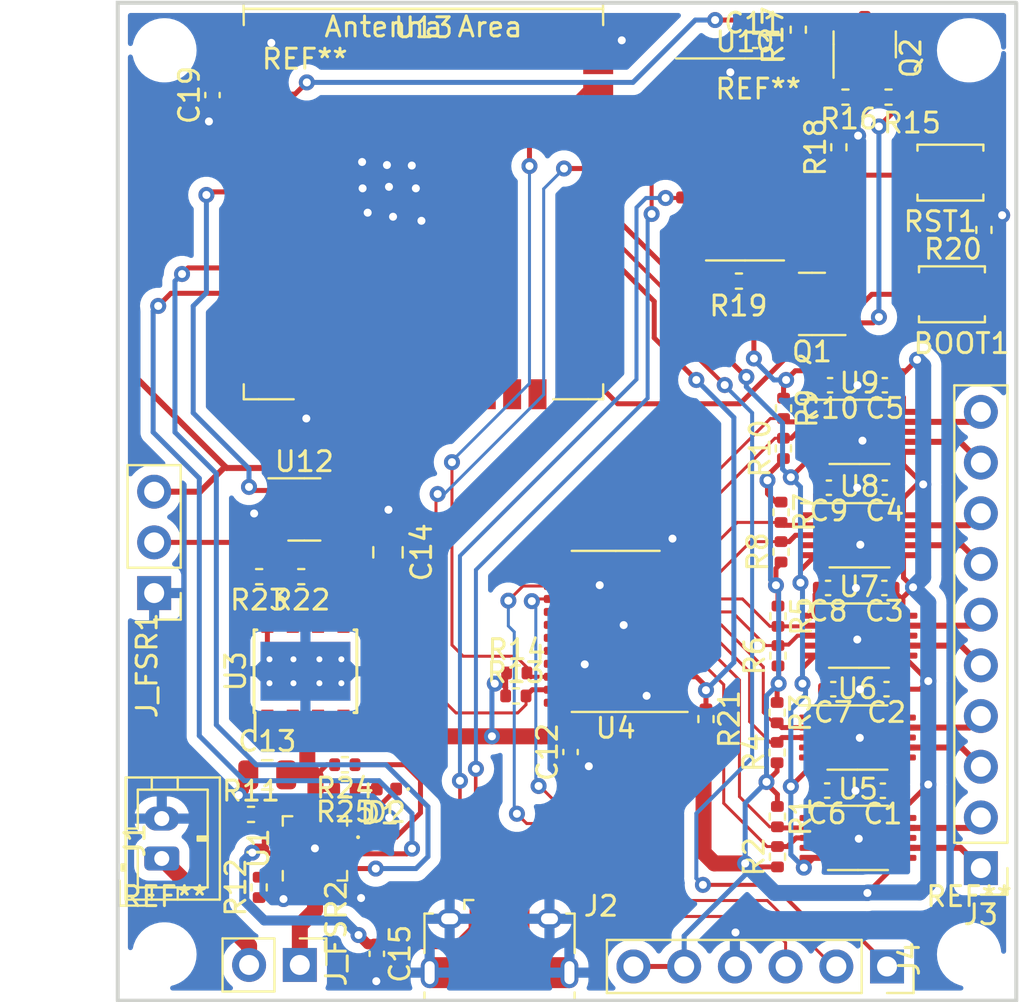
<source format=kicad_pcb>
(kicad_pcb (version 20240108) (generator "pcbnew") (generator_version "8.0")
  (layers (0 "F.Cu" signal) (31 "B.Cu" signal) (34 "B.Paste" user) (35 "F.Paste" user) (36 "B.SilkS" user "B.Silkscreen") (37 "F.SilkS" user "F.Silkscreen") (38 "B.Mask" user) (39 "F.Mask" user) (44 "Edge.Cuts" user))
  (net 0 "")
  (net 1 "Net-(BOOT1A-B)")
  (net 2 "Net-(U5-REG)")
  (net 3 "Net-(U6-REG)")
  (net 4 "Net-(U7-REG)")
  (net 5 "Net-(U8-REG)")
  (net 6 "Net-(U9-REG)")
  (net 7 "VDD")
  (net 8 "Net-(D1-K)")
  (net 9 "Net-(D1-A)")
  (net 10 "Net-(D2-K)")
  (net 11 "GND")
  (net 12 "SD1")
  (net 13 "SC1")
  (net 14 "SD2")
  (net 15 "SC2")
  (net 16 "SD3")
  (net 17 "SC3")
  (net 18 "SD4")
  (net 19 "SC4")
  (net 20 "Net-(D2-A)")
  (net 21 "Net-(J1-Pin_1)")
  (net 23 "Net-(J_FSR1-Pin_2)")
  (net 24 "SCL_multiplexer")
  (net 25 "SDA_multiplexer")
  (net 26 "Net-(J_FSR2-Pin_1)")
  (net 27 "DRV_EN")
  (net 28 "drv_out_0+")
  (net 29 "drv_out_0-")
  (net 30 "Net-(Q1-E)")
  (net 31 "drv_out_1+")
  (net 32 "drv_out_1-")
  (net 33 "Net-(Q1-B)")
  (net 34 "drv_out_2+")
  (net 35 "drv_out_2-")
  (net 36 "Net-(Q2-E)")
  (net 37 "drv_out_3+")
  (net 38 "drv_out_3-")
  (net 39 "Net-(Q2-B)")
  (net 40 "drv_out_4+")
  (net 41 "drv_out_4-")
  (net 42 "TXD")
  (net 43 "RXD")
  (net 44 "Net-(U1-ILIM)")
  (net 45 "UD+")
  (net 46 "UD-")
  (net 47 "Net-(U1-ISET)")
  (net 48 "Net-(RST1A-B)")
  (net 49 "Net-(U3-FB)")
  (net 56 "IO0")
  (net 59 "EN")
  (net 63 "+5V")
  (net 64 "i2C_Multi_reset")
  (net 66 "BAT_EN2")
  (net 67 "BAT_EN1")
  (net 68 "BNO_SCL")
  (net 69 "BNO_SDA")
  (net 72 "FSR_AI")
  (net 73 "BAT_OUT")
  (net 74 "SC0")
  (net 75 "SD0")
  (net 76 "IMU_RST")
  (net 91 "unconnected-(U13-MTMS{slash}GPIO14{slash}ADC2_CH6-Pad13)")
  (net 96 "unconnected-(U13-ADC2_CH0{slash}GPIO4-Pad26)")
  (footprint "Connector_PinHeader_2.54mm:PinHeader_1x02_P2.54mm_Vertical" (layer "F.Cu") (at 111.1808 81.2292 -90)
    (property "Reference" "J_FSR2")
    (property "Value" "Conn_01x02_Female")
  )
  (footprint "Capacitor_SMD:C_0402_1005Metric" (layer "F.Cu") (at 140.5636 67.4116 180)
    (property "Reference" "C2")
    (property "Value" "1uF")
  )
  (footprint "Resistor_SMD:R_0402_1005Metric" (layer "F.Cu") (at 135.084691 68.588683 -90)
    (property "Reference" "R3")
    (property "Value" "2.2kOhm")
  )
  (footprint "Capacitor_SMD:C_0402_1005Metric" (layer "F.Cu") (at 140.455994 62.340522 180)
    (property "Reference" "C3")
    (property "Value" "1uF")
  )
  (footprint "Package_SO:VSSOP-10_3x3mm_P0.5mm" (layer "F.Cu") (at 139.1336 74.8632)
    (property "Reference" "U5")
    (property "Value" "DRV2605LDGS")
  )
  (footprint "Capacitor_SMD:C_0805_2012Metric" (layer "F.Cu") (at 115.5954 60.5536 -90)
    (property "Reference" "C14")
    (property "Value" "47uF")
  )
  (footprint "Capacitor_SMD:C_0402_1005Metric" (layer "F.Cu") (at 106.807 37.6428 90)
    (property "Reference" "C19")
    (property "Value" "10uF")
  )
  (footprint "Resistor_SMD:R_0402_1005Metric" (layer "F.Cu") (at 133.1722 46.9646)
    (property "Reference" "R19")
    (property "Value" "10kOhm")
  )
  (footprint "Capacitor_SMD:C_0402_1005Metric" (layer "F.Cu") (at 137.636594 62.340522 180)
    (property "Reference" "C8")
    (property "Value" "1uF")
  )
  (footprint "Resistor_SMD:R_0402_1005Metric" (layer "F.Cu") (at 135.1026 75.806 90)
    (property "Reference" "R2")
    (property "Value" "2.2kOhm")
  )
  (footprint "Resistor_SMD:R_0402_1005Metric" (layer "F.Cu") (at 109.1438 77.343 90)
    (property "Reference" "R12")
    (property "Value" "604Ohm")
  )
  (footprint "MountingHole:MountingHole_2.2mm_M2_DIN965" (layer "F.Cu") (at 144.7 80.7)
    (property "Reference" "REF**")
    (property "Value" " ")
  )
  (footprint "Package_SO:VSSOP-10_3x3mm_P0.5mm" (layer "F.Cu") (at 139.1844 64.7286)
    (property "Reference" "U7")
    (property "Value" "DRV2605LDGS")
  )
  (footprint "Resistor_SMD:R_0402_1005Metric" (layer "F.Cu") (at 135.3998 55.3466 90)
    (property "Reference" "R10")
    (property "Value" "2.2kOhm")
  )
  (footprint "Resistor_SMD:R_0402_1005Metric" (layer "F.Cu") (at 145.4404 44.3992 90)
    (property "Reference" "R20")
    (property "Value" "470 Ohm")
  )
  (footprint "Espressif:ESP32-WROOM-32E" (layer "F.Cu") (at 117.3734 41.8846)
    (property "Reference" "U13")
    (property "Value" "ESP32-WROOM-E")
  )
  (footprint "Resistor_SMD:R_0402_1005Metric" (layer "F.Cu") (at 135.128 65.7352 90)
    (property "Reference" "R6")
    (property "Value" "2.2kOhm")
  )
  (footprint "Package_SO:TSSOP-24_4.4x7.8mm_P0.65mm" (layer "F.Cu") (at 127 64.516 180)
    (property "Reference" "U4")
    (property "Value" "TCA9548APWR")
  )
  (footprint "Package_DFN_QFN:VQFN-16-1EP_3x3mm_P0.5mm_EP1.6x1.6mm" (layer "F.Cu") (at 111.9378 75.3872 90)
    (property "Reference" "U1")
    (property "Value" "BQ24072RGT")
  )
  (footprint "Connector_PinSocket_2.54mm:PinSocket_1x06_P2.54mm_Vertical" (layer "F.Cu") (at 140.5894 81.305 -90)
    (property "Reference" "J4")
    (property "Value" "Conn_01x06_Male")
  )
  (footprint "MountingHole:MountingHole_2.2mm_M2_DIN965" (layer "F.Cu") (at 104.4 35.4)
    (property "Reference" "REF**")
    (property "Value" " ")
  )
  (footprint "Capacitor_SMD:C_0402_1005Metric" (layer "F.Cu") (at 115.0366 80.6704 -90)
    (property "Reference" "C15")
    (property "Value" "10uF")
  )
  (footprint "Package_SO:TI_SO-PowerPAD-8_ThermalVias" (layer "F.Cu") (at 111.46165 66.513 90)
    (property "Reference" "U3")
    (property "Value" "TPS7A7001DDA")
  )
  (footprint "Package_SO:VSSOP-10_3x3mm_P0.5mm" (layer "F.Cu") (at 139.2098 54.5178)
    (property "Reference" "U9")
    (property "Value" "DRV2605LDGS")
  )
  (footprint "Package_TO_SOT_SMD:SOT-23-5" (layer "F.Cu") (at 111.407874 58.404625)
    (property "Reference" "U12")
    (property "Value" "MCP601-xOT")
  )
  (footprint "Resistor_SMD:R_0402_1005Metric" (layer "F.Cu") (at 135.4074 53.34 -90)
    (property "Reference" "R9")
    (property "Value" "2.2kOhm")
  )
  (footprint "Resistor_SMD:R_0402_1005Metric" (layer "F.Cu") (at 138.5062 37.7444)
    (property "Reference" "R16")
    (property "Value" "10kOhm")
  )
  (footprint "Resistor_SMD:R_0402_1005Metric" (layer "F.Cu") (at 135.098188 73.798041 -90)
    (property "Reference" "R1")
    (property "Value" "2.2kOhm")
  )
  (footprint "Connector_PinHeader_2.54mm:PinHeader_1x03_P2.54mm_Vertical" (layer "F.Cu") (at 103.886 62.596 180)
    (property "Reference" "J_FSR1")
    (property "Value" "Conn_01x03_Female")
  )
  (footprint "Button_Switch_SMD:SW_SPST_B3U-1000P" (layer "F.Cu") (at 143.764 41.529 180)
    (property "Reference" "RST1")
    (property "Value" "SW_DPST_x2")
  )
  (footprint "Capacitor_SMD:C_0805_2012Metric" (layer "F.Cu") (at 109.5502 71.7042)
    (property "Reference" "C13")
    (property "Value" "47uF")
  )
  (footprint "Package_SO:VSSOP-10_3x3mm_P0.5mm" (layer "F.Cu") (at 139.212378 59.699639)
    (property "Reference" "U8")
    (property "Value" "DRV2605LDGS")
  )
  (footprint "Connector_JST:JST_PH_B2B-PH-K_1x02_P2.00mm_Vertical" (layer "F.Cu") (at 104.267 75.8952 90)
    (property "Reference" "J1")
    (property "Value" "Conn_01x02_Female")
  )
  (footprint "Button_Switch_SMD:SW_SPST_B3U-1000P" (layer "F.Cu") (at 143.8402 47.625)
    (property "Reference" "BOOT1")
    (property "Value" "SW_DPST_x2" (hide yes))
  )
  (footprint "Resistor_SMD:R_0402_1005Metric" (layer "F.Cu") (at 113.4364 71.1962 180)
    (property "Reference" "R24")
    (property "Value" "1.5kOhm")
  )
  (footprint "Resistor_SMD:R_0402_1005Metric" (layer "F.Cu") (at 135.2804 58.547 -90)
    (property "Reference" "R7")
    (property "Value" "2.2kOhm")
  )
  (footprint "Capacitor_SMD:C_0402_1005Metric" (layer "F.Cu") (at 140.381388 72.500041 180)
    (property "Reference" "C1")
    (property "Value" "1uF")
  )
  (footprint "Capacitor_SMD:C_0402_1005Metric" (layer "F.Cu") (at 140.4798 52.181 180)
    (property "Reference" "C5")
    (property "Value" "1uF")
  )
  (footprint "Resistor_SMD:R_0402_1005Metric" (layer "F.Cu") (at 111.252 61.7728 180)
    (property "Reference" "R22")
    (property "Value" "169kOhm")
  )
  (footprint "Resistor_SMD:R_0402_1005Metric" (layer "F.Cu") (at 122 67.75)
    (property "Reference" "R13")
    (property "Value" "4.7kOhm")
  )
  (footprint "Resistor_SMD:R_0402_1005Metric" (layer "F.Cu") (at 136.144 34.3662 90)
    (property "Reference" "R17")
    (property "Value" "10kOhm")
  )
  (footprint "Package_SO:SOIC-16_3.9x9.9mm_P1.27mm" (layer "F.Cu") (at 133.477 40.8686)
    (property "Reference" "U10")
    (property "Value" "CH340G")
  )
  (footprint "Connector_USB:USB_Micro-B_Amphenol_10118194_Horizontal" (layer "F.Cu") (at 121.1834 80.3148)
    (property "Reference" "J2")
    (property "Value" "USB_B_Micro")
  )
  (footprint "Capacitor_SMD:C_0402_1005Metric" (layer "F.Cu") (at 133.985 34.925)
    (property "Reference" "C11")
    (property "Value" "10uF")
  )
  (footprint "Resistor_SMD:R_0402_1005Metric" (layer "F.Cu") (at 122.047 66.5988)
    (property "Reference" "R14")
    (property "Value" "4.7kOhm")
  )
  (footprint "MountingHole:MountingHole_2.2mm_M2_DIN965" (layer "F.Cu") (at 104.4 80.7)
    (property "Reference" "REF**")
    (property "Value" "MountingHole_2.2mm_M2_DIN965")
  )
  (footprint "Capacitor_SMD:C_0402_1005Metric" (layer "F.Cu") (at 137.8966 67.4116 180)
    (property "Reference" "C7")
    (property "Value" "1uF")
  )
  (footprint "LED_SMD:LED_0402_1005Metric" (layer "F.Cu") (at 115.189 74.8284)
    (property "Reference" "D1")
    (property "Value" "LED")
  )
  (footprint "Capacitor_SMD:C_0402_1005Metric" (layer "F.Cu") (at 137.677104 57.316173 180)
    (property "Reference" "C9")
    (property "Value" "1uF")
  )
  (footprint "Resistor_SMD:R_0402_1005Metric" (layer "F.Cu") (at 135.128 63.754 -90)
    (property "Reference" "R5")
    (property "Value" "2.2kOhm")
  )
  (footprint "Resistor_SMD:R_0402_1005Metric" (layer "F.Cu") (at 135.082199 70.5866 90)
    (property "Reference" "R4")
    (property "Value" "2.2kOhm")
  )
  (footprint "Package_TO_SOT_SMD:SOT-23" (layer "F.Cu") (at 139.4714 35.1028 90)
    (property "Reference" "Q2")
    (property "Value" "BC848")
  )
  (footprint "Resistor_SMD:R_0402_1005Metric" (layer "F.Cu") (at 135.2804 60.5282 90)
    (property "Reference" "R8")
    (property "Value" "2.2kOhm")
  )
  (footprint "MountingHole:MountingHole_2.2mm_M2_DIN965" (layer "F.Cu") (at 144.7 35.4)
    (property "Reference" "REF**")
    (property "Value" " ")
  )
  (footprint "Resistor_SMD:R_0402_1005Metric" (layer "F.Cu") (at 140.6652 37.7444 180)
    (property "Reference" "R15")
    (property "Value" "10kOhm")
  )
  (footprint "LED_SMD:LED_0402_1005Metric" (layer "F.Cu") (at 115.5192 72.4154 180)
    (property "Reference" "D2")
    (property "Value" "LED")
  )
  (footprint "Connector_PinHeader_2.54mm:PinHeader_1x10_P2.54mm_Vertical" (layer "F.Cu") (at 145.288 76.3778 180)
    (property "Reference" "J3")
    (property "Value" "Conn_01x10_Male")
  )
  (footprint "Capacitor_SMD:C_0402_1005Metric" (layer "F.Cu") (at 124.7394 70.5612 90)
    (property "Reference" "C12")
    (property "Value" "10uF")
  )
  (footprint "Package_TO_SOT_SMD:SOT-23" (layer "F.Cu") (at 136.8298 48.1076 180)
    (property "Reference" "Q1")
    (property "Value" "BC848")
  )
  (footprint "Capacitor_SMD:C_0402_1005Metric" (layer "F.Cu") (at 140.476827 57.313719 180)
    (property "Reference" "C4")
    (property "Value" "1uF")
  )
  (footprint "Resistor_SMD:R_0402_1005Metric" (layer "F.Cu") (at 109.1438 61.7728 180)
    (property "Reference" "R23")
    (property "Value" "30.1kOhm")
  )
  (footprint "Resistor_SMD:R_0402_1005Metric" (layer "F.Cu") (at 138.176 40.259 90)
    (property "Reference" "R18")
    (property "Value" "470 Ohm")
  )
  (footprint "Capacitor_SMD:C_0402_1005Metric" (layer "F.Cu") (at 137.5918 72.4916 180)
    (property "Reference" "C6")
    (property "Value" "1uF")
  )
  (footprint "Resistor_SMD:R_0402_1005Metric" (layer "F.Cu") (at 108.7374 73.6854)
    (property "Reference" "R11")
    (property "Value" "1.1kOhm")
  )
  (footprint "Capacitor_SMD:C_0402_1005Metric" (layer "F.Cu") (at 137.7366 52.181 180)
    (property "Reference" "C10")
    (property "Value" "1uF")
  )
  (footprint "Resistor_SMD:R_0402_1005Metric" (layer "F.Cu") (at 131.5212 68.9102 -90)
    (property "Reference" "R21")
    (property "Value" "4.7kOhm")
  )
  (footprint "Resistor_SMD:R_0402_1005Metric" (layer "F.Cu") (at 113.4364 72.39 180)
    (property "Reference" "R25")
    (property "Value" "1.5kOhm")
  )
  (footprint "Package_SO:VSSOP-10_3x3mm_P0.5mm" (layer "F.Cu") (at 139.1082 69.834)
    (property "Reference" "U6")
    (property "Value" "DRV2605LDGS")
  )
  (gr_rect (start 102.0622 33.02) (end 147.0622 83.02) (stroke (width 0.2)) (fill none) (layer "Edge.Cuts"))
  (segment (start 145.4404 44.9092) (end 145.5402 45.009) (width 0.25) (layer "F.Cu") (net 1))
  (segment (start 145.5402 45.009) (end 145.5402 47.625) (width 0.25) (layer "F.Cu") (net 1))
  (segment (start 136.9336 73.8632) (end 136.9336 72.833829) (width 0.25) (layer "F.Cu") (net 2))
  (segment (start 136.9336 72.833829) (end 137.267388 72.500041) (width 0.25) (layer "F.Cu") (net 2))
  (segment (start 137.4166 68.3256) (end 137.4166 67.4116) (width 0.25) (layer "F.Cu") (net 3))
  (segment (start 136.9082 68.834) (end 137.4166 68.3256) (width 0.25) (layer "F.Cu") (net 3))
  (segment (start 137.4166 67.4116) (end 137.262574 67.4116) (width 0.25) (layer "F.Cu") (net 3))
  (segment (start 136.9844 62.672716) (end 137.316594 62.340522) (width 0.25) (layer "F.Cu") (net 4))
  (segment (start 136.9844 63.7286) (end 136.9844 62.672716) (width 0.25) (layer "F.Cu") (net 4))
  (segment (start 137.012378 57.660899) (end 137.357104 57.316173) (width 0.25) (layer "F.Cu") (net 5))
  (segment (start 137.012378 58.699639) (end 137.012378 57.660899) (width 0.25) (layer "F.Cu") (net 5))
  (segment (start 137.0098 53.5178) (end 137.0098 52.5878) (width 0.25) (layer "F.Cu") (net 6))
  (segment (start 137.0098 52.5878) (end 137.4166 52.181) (width 0.25) (layer "F.Cu") (net 6))
  (segment (start 120.9455 67.1322) (end 121.2886 67.1322) (width 0.25) (layer "F.Cu") (net 7))
  (segment (start 133.6 76.2) (end 133.543986 76.2) (width 0.25) (layer "F.Cu") (net 7))
  (segment (start 121.49 67.3336) (end 121.49 66.6458) (width 0.25) (layer "F.Cu") (net 7))
  (segment (start 132.6622 46.9646) (end 133.535556 46.091244) (width 0.25) (layer "F.Cu") (net 7))
  (segment (start 135.1614 67.1322) (end 135.1614 66.2786) (width 0.25) (layer "F.Cu") (net 7))
  (segment (start 121.2886 67.1322) (end 121.49 67.3336) (width 0.25) (layer "F.Cu") (net 7))
  (segment (start 133.9215 50.841233) (end 133.9215 49.7713) (width 0.25) (layer "F.Cu") (net 7))
  (segment (start 141.412378 61.826178) (end 141.8924 62.3062) (width 0.25) (layer "F.Cu") (net 7))
  (segment (start 141.304336 62.868864) (end 140.775994 62.340522) (width 0.25) (layer "F.Cu") (net 7))
  (segment (start 140.7998 52.181) (end 140.8162 52.181) (width 0.25) (layer "F.Cu") (net 7))
  (segment (start 141.3844 62.948928) (end 141.304336 62.868864) (width 0.25) (layer "F.Cu") (net 7))
  (segment (start 113 61.39075) (end 114.04495 61.39075) (width 0.8) (layer "F.Cu") (net 7))
  (segment (start 135.0264 62.2046) (end 135.0264 61.360875) (width 0.25) (layer "F.Cu") (net 7))
  (segment (start 135.0264 61.360875) (end 135.288875 61.0984) (width 0.25) (layer "F.Cu") (net 7))
  (segment (start 107.442 56.261) (end 106.187 57.516) (width 0.3) (layer "F.Cu") (net 7))
  (segment (start 123.2662 69.7738) (end 120.8024 69.7738) (width 0.8) (layer "F.Cu") (net 7))
  (segment (start 135.1614 66.2786) (end 135.128 66.2452) (width 0.25) (layer "F.Cu") (net 7))
  (segment (start 141.3336 73.132253) (end 140.701388 72.500041) (width 0.25) (layer "F.Cu") (net 7))
  (segment (start 132.6622 48.512) (end 132.6622 46.9646) (width 0.25) (layer "F.Cu") (net 7))
  (segment (start 135.996 51.456) (end 141.5412 51.456) (width 0.25) (layer "F.Cu") (net 7))
  (segment (start 141.3082 67.6762) (end 141.0436 67.4116) (width 0.25) (layer "F.Cu") (net 7))
  (segment (start 141.3082 68.834) (end 141.3082 67.6762) (width 0.25) (layer "F.Cu") (net 7))
  (segment (start 106.807 36.9596) (end 107.622 36.1446) (width 0.25) (layer "F.Cu") (net 7))
  (segment (start 141.5412 51.456) (end 142.0956 50.9016) (width 0.25) (layer "F.Cu") (net 7))
  (segment (start 112.09665 62.2941) (end 113 61.39075) (width 0.8) (layer "F.Cu") (net 7))
  (segment (start 112.545374 57.454625) (end 112.599999 57.4) (width 0.25) (layer "F.Cu") (net 7))
  (segment (start 141.329736 62.868864) (end 141.8924 62.3062) (width 0.25) (layer "F.Cu") (net 7))
  (segment (start 112.545374 57.454625) (end 113.919175 57.454625) (width 0.25) (layer "F.Cu") (net 7))
  (segment (start 141.4098 56.1594) (end 142.4004 57.15) (width 0.25) (layer "F.Cu") (net 7))
  (segment (start 135.084691 67.208909) (end 135.1614 67.1322) (width 0.25) (layer "F.Cu") (net 7))
  (segment (start 141.3336 75.8952) (end 141.3336 75.8632) (width 0.25) (layer "F.Cu") (net 7))
  (segment (start 113.8936 61.2394) (end 114.04495 61.39075) (width 0.3) (layer "F.Cu") (net 7))
  (segment (start 133.535556 38.463293) (end 135.549849 36.449) (width 0.25) (layer "F.Cu") (net 7))
  (segment (start 111.762 61.95945) (end 112.09665 62.2941) (width 0.25) (layer "F.Cu") (net 7))
  (segment (start 135.082199 71.0966) (end 135.082199 71.529401) (width 0.25) (layer "F.Cu") (net 7))
  (segment (start 141.3844 63.7286) (end 141.3844 62.948928) (width 0.25) (layer "F.Cu") (net 7))
  (segment (start 123.2662 69.7738) (end 130.3738 69.7738) (width 0.8) (layer "F.Cu") (net 7))
  (segment (start 124.1375 68.091) (end 124.1375 68.9025) (width 0.25) (layer "F.Cu") (net 7))
  (segment (start 135.4074 52.83) (end 135.4074 52.0446) (width 0.25) (layer "F.Cu") (net 7))
  (segment (start 135.128 62.3062) (end 135.0264 62.2046) (width 0.25) (layer "F.Cu") (net 7))
  (segment (start 142.0956 57.15) (end 142.4004 57.15) (width 0.25) (layer "F.Cu") (net 7))
  (segment (start 116 62) (end 116 68.8) (width 0.8) (layer "F.Cu") (net 7))
  (segment (start 116 68.8) (end 116.9738 69.7738) (width 0.8) (layer "F.Cu") (net 7))
  (segment (start 141.4098 52.791) (end 140.7998 52.181) (width 0.25) (layer "F.Cu") (net 7))
  (segment (start 133.543986 76.2) (end 133.485 76.141014) (width 0.25) (layer "F.Cu") (net 7))
  (segment (start 135.128 63.244) (end 135.128 62.3062) (width 0.25) (layer "F.Cu") (net 7))
  (segment (start 133.9215 49.7713) (end 132.6622 48.512) (width 0.25) (layer "F.Cu") (net 7))
  (segment (start 135.084691 68.078683) (end 135.084691 67.208909) (width 0.25) (layer "F.Cu") (net 7))
  (segment (start 134.6026 57.6152) (end 134.6026 56.9468) (width 0.25) (layer "F.Cu") (net 7))
  (segment (start 131.4 75.6) (end 131.941014 76.141014) (width 0.8) (layer "F.Cu") (net 7))
  (segment (start 141.364354 57.881246) (end 140.796827 57.313719) (width 0.25) (layer "F.Cu") (net 7))
  (segment (start 141.4098 53.5178) (end 141.4098 52.791) (width 0.25) (layer "F.Cu") (net 7))
  (segment (start 141.708947 73.132253) (end 142.6544 72.1868) (width 0.25) (layer "F.Cu") (net 7))
  (segment (start 135.0244 58.037) (end 134.6026 57.6152) (width 0.25) (layer "F.Cu") (net 7))
  (segment (start 140.701388 71.440812) (end 141.3082 70.834) (width 0.25) (layer "F.Cu") (net 7))
  (segment (start 134.6026 56.9468) (end 134.6026 56.7046) (width 0.25) (layer "F.Cu") (net 7))
  (segment (start 135.549849 36.449) (end 136.5108 36.449) (width 0.25) (layer "F.Cu") (net 7))
  (segment (start 127.8894 81.305) (end 130.4294 81.305) (width 0.25) (layer "F.Cu") (net 7))
  (segment (start 124.1375 68.9025) (end 123.2662 69.7738) (width 0.25) (layer "F.Cu") (net 7))
  (segment (start 140.8162 52.181) (end 142.0956 50.9016) (width 0.25) (layer "F.Cu") (net 7))
  (segment (start 135.082199 71.529401) (end 134.5518 72.0598) (width 0.25) (layer "F.Cu") (net 7))
  (segment (start 113.8936 57.0738) (end 113.8936 61.2394) (width 0.3) (layer "F.Cu") (net 7))
  (segment (start 121.49 66.6458) (end 121.537 66.5988) (width 0.25) (layer "F.Cu") (net 7))
  (segment (start 106.187 57.516) (end 103.886 57.516) (width 0.3) (layer "F.Cu") (net 7))
  (segment (start 134.5518 72.136) (end 134.5518 72.0598) (width 0.25) (layer "F.Cu") (net 7))
  (segment (start 134.9868 34.925) (end 134.465 34.925) (width 0.25) (layer "F.Cu") (net 7))
  (segment (start 135.2804 58.037) (end 135.0244 58.037) (width 0.25) (layer "F.Cu") (net 7))
  (segment (start 135.4074 52.0446) (end 135.5344 51.9176) (width 0.25) (layer "F.Cu") (net 7))
  (segment (start 135.0154 76.4032) (end 135.1026 76.316) (width 0.25) (layer "F.Cu") (net 7))
  (segment (start 135.0264 62.2046) (end 135.0264 62.476) (width 0.25) (layer "F.Cu") (net 7))
  (segment (start 141.3844 65.7352) (end 142.6544 67.0052) (width 0.25) (layer "F.Cu") (net 7))
  (segment (start 142.248 67.4116) (end 141.0436 67.4116) (width 0.25) (layer "F.Cu") (net 7))
  (segment (start 141.412378 57.92927) (end 141.364354 57.881246) (width 0.25) (layer "F.Cu") (net 7))
  (segment (start 102.9716 51.7906) (end 102.9716 40.767) (width 0.3) (layer "F.Cu") (net 7))
  (segment (start 131.941014 76.141014) (end 133.485 76.141014) (width 0.8) (layer "F.Cu") (net 7))
  (segment (start 113.148825 56.329025) (end 113.8936 57.0738) (width 0.3) (layer "F.Cu") (net 7))
  (segment (start 131.4 70.8) (end 131.4 75.6) (width 0.8) (layer "F.Cu") (net 7))
  (segment (start 141.412378 60.699639) (end 141.412378 61.826178) (width 0.25) (layer "F.Cu") (net 7))
  (segment (start 106.5758 37.1628) (end 106.807 37.1628) (width 0.3) (layer "F.Cu") (net 7))
  (segment (start 131.5212 69.2302) (end 131.506 69.2302) (width 0.25) (layer "F.Cu") (net 7))
  (segment (start 141.364354 57.881246) (end 142.0956 57.15) (width 0.25) (layer "F.Cu") (net 7))
  (segment (start 136.5108 36.449) (end 134.9868 34.925) (width 0.25) (layer "F.Cu") (net 7))
  (segment (start 134.9868 34.925) (end 136.0952 34.925) (width 0.25) (layer "F.Cu") (net 7))
  (segment (start 141.3336 73.132253) (end 141.708947 73.132253) (width 0.25) (layer "F.Cu") (net 7))
  (segment (start 135.098188 72.682388) (end 134.5518 72.136) (width 0.25) (layer "F.Cu") (net 7))
  (segment (start 106.807 37.1628) (end 106.807 36.9596) (width 0.25) (layer "F.Cu") (net 7))
  (segment (start 121.49 67.75) (end 121.49 67.3336) (width 0.25) (layer "F.Cu") (net 7))
  (segment (start 111.762 61.7728) (end 111.762 61.95945) (width 0.25) (layer "F.Cu") (net 7))
  (segment (start 107.510025 56.329025) (end 113.148825 56.329025) (width 0.3) (layer "F.Cu") (net 7))
  (segment (start 108.6234 36.1446) (end 107.622 36.1446) (width 0.25) (layer "F.Cu") (net 7))
  (segment (start 139.6064 77.6224) (end 141.3336 75.8952) (width 0.25) (layer "F.Cu") (net 7))
  (segment (start 131.506 69.2302) (end 130.6681 70.0681) (width 0.25) (layer "F.Cu") (net 7))
  (segment (start 107.442 56.261) (end 102.9716 51.7906) (width 0.3) (layer "F.Cu") (net 7))
  (segment (start 114.04495 61.39075) (end 115.39075 61.39075) (width 0.8) (layer "F.Cu") (net 7))
  (segment (start 107.510025 56.329025) (end 107.442 56.261) (width 0.3) (layer "F.Cu") (net 7))
  (segment (start 141.412378 58.699639) (end 141.412378 57.92927) (width 0.25) (layer "F.Cu") (net 7))
  (segment (start 135.5344 51.9176) (end 135.996 51.456) (width 0.25) (layer "F.Cu") (net 7))
  (segment (start 141.304336 62.868864) (end 141.329736 62.868864) (width 0.25) (layer "F.Cu") (net 7))
  (segment (start 130.6681 70.0681) (end 131.4 70.8) (width 0.8) (layer "F.Cu") (net 7))
  (segment (start 112.09665 63.813) (end 112.09665 62.2941) (width 0.8) (layer "F.Cu") (net 7))
  (segment (start 133.659986 76.316) (end 133.485 76.141014) (width 0.25) (layer "F.Cu") (net 7))
  (segment (start 116.9738 69.7738) (end 120.8024 69.7738) (width 0.8) (layer "F.Cu") (net 7))
  (segment (start 133.535556 46.091244) (end 133.535556 38.463293) (width 0.25) (layer "F.Cu") (net 7))
  (segment (start 136.0952 34.925) (end 136.144 34.8762) (width 0.25) (layer "F.Cu") (net 7))
  (segment (start 135.098188 73.288041) (end 135.098188 72.682388) (width 0.25) (layer "F.Cu") (net 7))
  (segment (start 134.6026 56.7046) (end 135.3998 55.9074) (width 0.25) (layer "F.Cu") (net 7))
  (segment (start 141.4098 55.5178) (end 141.4098 56.1594) (width 0.25) (layer "F.Cu") (net 7))
  (segment (start 130.3738 69.7738) (end 130.6681 70.0681) (width 0.8) (layer "F.Cu") (net 7))
  (segment (start 141.3336 73.8632) (end 141.3336 73.132253) (width 0.25) (layer "F.Cu") (net 7))
  (segment (start 141.3844 65.7286) (end 141.3844 65.7352) (width 0.25) (layer "F.Cu") (net 7))
  (segment (start 142.6544 67.0052) (end 142.248 67.4116) (width 0.25) (layer "F.Cu") (net 7))
  (segment (start 140.701388 72.500041) (end 140.701388 71.440812) (width 0.25) (layer "F.Cu") (net 7))
  (segment (start 102.9716 40.767) (end 106.5758 37.1628) (width 0.3) (layer "F.Cu") (net 7))
  (segment (start 115.39075 61.39075) (end 116 62) (width 0.8) (layer "F.Cu") (net 7))
  (segment (start 135.1026 76.316) (end 133.659986 76.316) (width 0.25) (layer "F.Cu") (net 7))
  (via (at 134.6026 56.9468) (size 0.8) (drill 0.4) (layers "F.Cu" "B.Cu") (net 7))
  (via (at 120.9455 67.1322) (size 0.8) (drill 0.4) (layers "F.Cu" "B.Cu") (net 7))
  (via (at 135.0264 62.2046) (size 0.8) (drill 0.4) (layers "F.Cu" "B.Cu") (net 7))
  (via (at 135.1614 67.1322) (size 0.8) (drill 0.4) (layers "F.Cu" "B.Cu") (net 7))
  (via (at 134.5518 72.0598) (size 0.8) (drill 0.4) (layers "F.Cu" "B.Cu") (net 7))
  (via (at 141.8924 62.3062) (size 0.8) (drill 0.4) (layers "F.Cu" "B.Cu") (net 7))
  (via (at 120.8024 69.7738) (size 0.8) (drill 0.4) (layers "F.Cu" "B.Cu") (net 7))
  (via (at 133.9215 50.841233) (size 0.8) (drill 0.4) (layers "F.Cu" "B.Cu") (net 7))
  (via (at 142.6544 72.1868) (size 0.8) (drill 0.4) (layers "F.Cu" "B.Cu") (net 7))
  (via (at 142.0956 50.9016) (size 0.8) (drill 0.4) (layers "F.Cu" "B.Cu") (net 7))
  (via (at 142.4004 57.15) (size 0.8) (drill 0.4) (layers "F.Cu" "B.Cu") (net 7))
  (via (at 139.6064 77.6224) (size 0.8) (drill 0.4) (layers "F.Cu" "B.Cu") (net 7))
  (via (at 142.6544 67.0052) (size 0.8) (drill 0.4) (layers "F.Cu" "B.Cu") (net 7))
  (via (at 133.485 76.141014) (size 0.8) (drill 0.4) (layers "F.Cu" "B.Cu") (net 7))
  (via (at 135.5344 51.9176) (size 0.8) (drill 0.4) (layers "F.Cu" "B.Cu") (net 7))
  (segment (start 135.1614 67.1322) (end 134.5518 67.7418) (width 0.25) (layer "B.Cu") (net 7))
  (segment (start 139.6064 77.6224) (end 139.6318 77.597) (width 0.8) (layer "B.Cu") (net 7))
  (segment (start 134.755 57.0992) (end 134.6026 56.9468) (width 0.25) (layer "B.Cu") (net 7))
  (segment (start 142.6544 63.0682) (end 141.8924 62.3062) (width 0.8) (layer "B.Cu") (net 7))
  (segment (start 142.6544 72.1868) (end 142.6544 67.0052) (width 0.8) (layer "B.Cu") (net 7))
  (segment (start 133.9215 50.9143) (end 133.9215 50.841233) (width 0.25) (layer "B.Cu") (net 7))
  (segment (start 142.4004 57.15) (end 142.4004 51.2064) (width 0.8) (layer "B.Cu") (net 7))
  (segment (start 133.485 76.715) (end 130.4294 79.7706) (width 0.25) (layer "B.Cu") (net 7))
  (segment (start 135.0264 62.2046) (end 134.755 61.9332) (width 0.25) (layer "B.Cu") (net 7))
  (segment (start 133.485 73.1266) (end 133.485 76.141014) (width 0.25) (layer "B.Cu") (net 7))
  (segment (start 134.5518 72.0598) (end 133.485 73.1266) (width 0.25) (layer "B.Cu") (net 7))
  (segment (start 130.4294 81.1018) (end 130.2008 81.3304) (width 0.25) (layer "B.Cu") (net 7))
  (segment (start 135.1614 62.3396) (end 135.1614 67.1322) (width 0.25) (layer "B.Cu") (net 7))
  (segment (start 120.9455 67.1322) (end 120.8024 67.2753) (width 0.25) (layer "B.Cu") (net 7))
  (segment (start 139.6064 77.6224) (end 134.966386 77.6224) (width 0.8) (layer "B.Cu") (net 7))
  (segment (start 130.4294 79.7706) (end 130.4294 81.1018) (width 0.25) (layer "B.Cu") (net 7))
  (segment (start 134.5518 67.7418) (end 134.5518 72.0598) (width 0.25) (layer "B.Cu") (net 7))
  (segment (start 142.4004 61.7982) (end 142.4004 57.15) (width 0.8) (layer "B.Cu") (net 7))
  (segment (start 135.0264 62.2046) (end 135.1614 62.3396) (width 0.25) (layer "B.Cu") (net 7))
  (segment (start 141.8924 62.3062) (end 142.4004 61.7982) (width 0.8) (layer "B.Cu") (net 7))
  (segment (start 134.755 61.9332) (end 134.755 57.0992) (width 0.25) (layer "B.Cu") (net 7))
  (segment (start 135.5344 51.9176) (end 134.9248 51.9176) (width 0.25) (layer "B.Cu") (net 7))
  (segment (start 134.9248 51.9176) (end 133.9215 50.9143) (width 0.25) (layer "B.Cu") (net 7))
  (segment (start 139.6318 77.597) (end 142.2226 77.597) (width 0.8) (layer "B.Cu") (net 7))
  (segment (start 142.6544 77.1652) (end 142.6544 72.1868) (width 0.8) (layer "B.Cu") (net 7))
  (segment (start 142.6544 67.0052) (end 142.6544 63.0682) (width 0.8) (layer "B.Cu") (net 7))
  (segment (start 142.4004 51.2064) (end 142.0956 50.9016) (width 0.8) (layer "B.Cu") (net 7))
  (segment (start 134.966386 77.6224) (end 133.485 76.141014) (width 0.8) (layer "B.Cu") (net 7))
  (segment (start 133.485 76.141014) (end 133.485 76.715) (width 0.25) (layer "B.Cu") (net 7))
  (segment (start 120.8024 67.2753) (end 120.8024 69.7738) (width 0.25) (layer "B.Cu") (net 7))
  (segment (start 142.2226 77.597) (end 142.6544 77.1652) (width 0.8) (layer "B.Cu") (net 7))
  (segment (start 114.3952 75.1372) (end 114.704 74.8284) (width 0.25) (layer "F.Cu") (net 8))
  (segment (start 113.3753 75.1372) (end 114.3952 75.1372) (width 0.25) (layer "F.Cu") (net 8))
  (segment (start 117.2234 73.6068) (end 116.0018 74.8284) (width 0.25) (layer "F.Cu") (net 9))
  (segment (start 116.459 71.1962) (end 117.2234 71.9606) (width 0.25) (layer "F.Cu") (net 9))
  (segment (start 117.2234 71.9606) (end 117.2234 73.6068) (width 0.25) (layer "F.Cu") (net 9))
  (segment (start 116.0018 74.8284) (end 115.674 74.8284) (width 0.25) (layer "F.Cu") (net 9))
  (segment (start 113.9464 71.1962) (end 116.459 71.1962) (width 0.25) (layer "F.Cu") (net 9))
  (segment (start 113.4855 73.152) (end 112.6878 73.9497) (width 0.25) (layer "F.Cu") (net 10))
  (segment (start 115.285816 73.152) (end 113.4855 73.152) (width 0.25) (layer "F.Cu") (net 10))
  (segment (start 116.0042 72.4154) (end 116.0042 72.433616) (width 0.25) (layer "F.Cu") (net 10))
  (segment (start 116.0042 72.433616) (end 115.285816 73.152) (width 0.25) (layer "F.Cu") (net 10))
  (segment (start 139.009788 72.500041) (end 140.061388 72.500041) (width 0.25) (layer "F.Cu") (net 11))
  (segment (start 110.5003 75.1372) (end 111.6878 75.1372) (width 0.25) (layer "F.Cu") (net 11))
  (segment (start 141.3336 74.8632) (end 139.216 74.8632) (width 0.25) (layer "F.Cu") (net 11))
  (segment (start 138.3766 67.4116) (end 139.225434 67.4116) (width 0.25) (layer "F.Cu") (net 11))
  (segment (start 139.3002 55.0178) (end 137.0098 55.0178) (width 0.25) (layer "F.Cu") (net 11))
  (segment (start 115.6208 58.42) (end 115.5954 58.4454) (width 0.25) (layer "F.Cu") (net 11))
  (segment (start 115.062 81.1758) (end 115.062 81.2774) (width 0.25) (layer "F.Cu") (net 11))
  (segment (start 139.723761 59.699639) (end 139.2508 60.1726) (width 0.25) (layer "F.Cu") (net 11))
  (segment (start 111.506 52.2532) (end 111.4856 52.2328) (width 0.25) (layer "F.Cu") (net 11))
  (segment (start 108.6234 34.8746) (end 108.441 35.057) (width 0.25) (layer "F.Cu") (net 11))
  (segment (start 108.3818 72.467196) (end 108.3818 71.9226) (width 0.5) (layer "F.Cu") (net 11))
  (segment (start 114.2492 77.8764) (end 113.7395 77.8764) (width 0.25) (layer "F.Cu") (net 11))
  (segment (start 115.0366 81.1504) (end 115.062 81.1758) (width 0.25) (layer "F.Cu") (net 11))
  (segment (start 115.0112 82.042) (end 115.0112 81.1758) (width 0.25) (layer "F.Cu") (net 11))
  (segment (start 137.012378 60.199639) (end 139.223761 60.199639) (width 0.25) (layer "F.Cu") (net 11))
  (segment (start 124.9706 71.2724) (end 124.7394 71.0412) (width 0.25) (layer "F.Cu") (net 11))
  (segment (start 138.8444 74.9046) (end 139.1746 74.9046) (width 0.25) (layer "F.Cu") (net 11))
  (segment (start 138.7682 69.977) (end 138.8952 69.85) (width 0.25) (layer "F.Cu") (net 11))
  (segment (start 113.7395 77.8764) (end 112.6878 76.8247) (width 0.25) (layer "F.Cu") (net 11))
  (segment (start 139.216 74.8632) (end 139.1746 74.9046) (width 0.25) (layer "F.Cu") (net 11))
  (segment (start 133 81.2744) (end 132.944 81.3304) (width 0.25) (layer "F.Cu") (net 11))
  (segment (start 110.363 77.9272) (end 110.2888 77.853) (width 0.25) (layer "F.Cu") (net 11))
  (segment (start 138.7428 75.0062) (end 138.8444 74.9046) (width 0.25) (layer "F.Cu") (net 11))
  (segment (start 108.6338 62.89015) (end 109.55665 63.813) (width 0.25) (layer "F.Cu") (net 11))
  (segment (start 106.807 38.1228) (end 106.807 38.7858) (width 0.25) (layer "F.Cu") (net 11))
  (segment (start 138.4112 70.334) (end 138.7682 69.977) (width 0.25) (layer "F.Cu") (net 11))
  (segment (start 138.176 39.749) (end 139.067 39.749) (width 0.25) (layer "F.Cu") (net 11))
  (segment (start 129.8625 67.6987) (end 129.8625 67.441) (width 0.25) (layer "F.Cu") (net 11))
  (segment (start 110.363 77.9272) (end 110.2902 78) (width 0.25) (layer "F.Cu") (net 11))
  (segment (start 125.4506 66.167) (end 124.1635 66.167) (width 0.25) (layer "F.Cu") (net 11))
  (segment (start 138.0566 52.181) (end 139.1082 52.181) (width 0.25) (layer "F.Cu") (net 11))
  (segment (start 106.807 38.7858) (end 106.6292 38.9636) (width 0.25) (layer "F.Cu") (net 11))
  (segment (start 125.6538 71.2724) (end 124.9706 71.2724) (width 0.25) (layer "F.Cu") (net 11))
  (segment (start 138.3858 75.3632) (end 138.7428 75.0062) (width 0.25) (layer "F.Cu") (net 11))
  (segment (start 110.2888 77.853) (end 109.1438 77.853) (width 0.25) (layer "F.Cu") (net 11))
  (segment (start 140.154074 57.316472) (end 140.156827 57.313719) (width 0.25) (layer "F.Cu") (net 11))
  (segment (start 129.8625 59.8855) (end 129.8625 60.941) (width 0.25) (layer "F.Cu") (net 11))
  (segment (start 111.506 53.848) (end 111.506 52.2532) (width 0.25) (layer "F.Cu") (net 11))
  (segment (start 145.4404 43.8892) (end 146.1282 43.8892) (width 0.25) (layer "F.Cu") (net 11))
  (segment (start 120.1834 81.6148) (end 122.1834 81.6148) (width 0.25) (layer "F.Cu") (net 11))
  (segment (start 132.6642 36.4236) (end 132.7404 36.4998) (width 0.25) (layer "F.Cu") (net 11))
  (segment (start 118.2834 81.6148) (end 120.1834 81.6148) (width 0.25) (layer "F.Cu") (net 11))
  (segment (start 139.359 54.959) (end 139.8002 54.5178) (width 0.25) (layer "F.Cu") (net 11))
  (segment (start 139.8002 54.5178) (end 141.4098 54.5178) (width 0.25) (layer "F.Cu") (net 11))
  (segment (start 108.893274 58.607825) (end 110.067174 58.607825) (width 0.25) (layer "F.Cu") (net 11))
  (segment (start 108.126944 72.722052) (end 108.3818 72.467196) (width 0.5) (layer "F.Cu") (net 11))
  (segment (start 137.907388 72.500041) (end 139.009788 72.500041) (width 0.25) (layer "F.Cu") (net 11))
  (segment (start 138.8952 69.85) (end 139.2254 69.85) (width 0.25) (layer "F.Cu") (net 11))
  (segment (start 115.654886 73.8512) (end 115.616886 73.8132) (width 0.25) (layer "F.Cu") (net 11))
  (segment (start 108.441 35.057) (end 108.4202 35.057) (width 0.25) (layer "F.Cu") (net 11))
  (segment (start 122.4834 78.9148) (end 123.6834 78.9148) (width 0.25) (layer "F.Cu") (net 11))
  (segment (start 128.5494 67.7418) (end 129.8194 67.7418) (width 0.25) (layer "F.Cu") (net 11))
  (segment (start 141.412378 59.699639) (end 139.723761 59.699639) (width 0.25) (layer "F.Cu") (net 11))
  (segment (start 122.1834 81.6148) (end 124.0834 81.6148) (width 0.25) (layer "F.Cu") (net 11))
  (segment (start 138.7922 65.2286) (end 139.0984 64.9224) (width 0.25) (layer "F.Cu") (net 11))
  (segment (start 129.8625 68.091) (end 129.8625 67.441) (width 0.25) (layer "F.Cu") (net 11))
  (segment (start 129.8194 67.7418) (end 129.8625 67.6987) (width 0.25) (layer "F.Cu") (net 11))
  (segment (start 139.234117 67.420283) (end 140.018117 67.420283) (width 0.25) (layer "F.Cu") (net 11))
  (segment (start 137.997104 57.316173) (end 139.094742 57.316173) (width 0.25) (layer "F.Cu") (net 11))
  (segment (start 115.5954 58.4454) (end 115.5954 59.6036) (width 0.5) (layer "F.Cu") (net 11))
  (segment (start 109.55665 63.813) (end 109.55665 65.808) (width 0.25) (layer "F.Cu") (net 11))
  (segment (start 108.623 34.8742) (end 108.6234 34.8746) (width 0.25) (layer "F.Cu") (net 11))
  (segment (start 111.506 52.8144) (end 111.4248 52.7332) (width 0.25) (layer "F.Cu") (net 11))
  (segment (start 111.506 53.848) (end 111.506 52.8144) (width 0.25) (layer "F.Cu") (net 11))
  (segment (start 109.7534 35.0266) (end 108.7754 35.0266) (width 0.25) (layer "F.Cu") (net 11))
  (segment (start 131.002 36.4236) (end 132.6642 36.4236) (width 0.25) (layer "F.Cu") (net 11))
  (segment (start 141.2922 69.85) (end 141.3082 69.834) (width 0.25) (layer "F.Cu") (net 11))
  (segment (start 108.6338 61.7728) (end 108.6338 62.89015) (width 0.25) (layer "F.Cu") (net 11))
  (segment (start 139.2922 64.7286) (end 139.0984 64.9224) (width 0.25) (layer "F.Cu") (net 11))
  (segment (start 136.9082 70.334) (end 138.4112 70.334) (width 0.25) (layer "F.Cu") (net 11))
  (segment (start 111.6878 75.1372) (end 111.9378 75.3872) (width 0.25) (layer "F.Cu") (net 11))
  (segment (start 115.0112 81.1758) (end 115.0366 81.1504) (width 0.25) (layer "F.Cu") (net 11))
  (segment (start 124.1635 66.167) (end 124.1375 66.141) (width 0.25) (layer "F.Cu") (net 11))
  (segment (start 109.55665 65.808) (end 109.66165 65.913) (width 0.25) (layer "F.Cu") (net 11))
  (segment (start 110.067174 58.607825) (end 110.270374 58.404625) (width 0.25) (layer "F.Cu") (net 11))
  (segment (start 139.067 39.749) (end 139.1412 39.6748) (width 0.25) (layer "F.Cu") (net 11))
  (segment (start 139.225434 67.4116) (end 139.234117 67.420283) (width 0.25) (layer "F.Cu") (net 11))
  (segment (start 126.0776 34.8996) (end 125.9202 35.057) (width 0.25) (layer "F.Cu") (net 11))
  (segment (start 139.033594 62.340522) (end 140.135994 62.340522) (width 0.25) (layer "F.Cu") (net 11))
  (segment (start 133 79.6) (end 133 81.2744) (width 0.25) (layer "F.Cu") (net 11))
  (segment (start 108.2274 72.822508) (end 108.126944 72.722052) (width 0.25) (layer "F.Cu") (net 11))
  (segment (start 136.9336 75.3632) (end 138.3858 75.3632) (width 0.25) (layer "F.Cu") (net 11))
  (segment (start 141.3844 64.7286) (end 139.2922 64.7286) (width 0.25) (layer "F.Cu") (net 11))
  (segment (start 127.3048 34.8996) (end 126.0776 34.8996) (width 0.25) (layer "F.Cu") (net 11))
  (segment (start 137.956594 62.340522) (end 139.033594 62.340522) (width 0.25) (layer "F.Cu") (net 11))
  (segment (start 133.0848 34.925) (end 133.505 34.925) (width 0.25) (layer "F.Cu") (net 11))
  (segment (start 112.168077 75.3872) (end 111.9378 75.3872) (width 0.25) (layer "F.Cu") (net 11))
  (segment (start 108.2274 73.6854) (end 108.2274 72.822508) (width 0.25) (layer "F.Cu") (net 11))
  (segment (start 133.0848 34.925) (end 131.5608 36.449) (width 0.25) (layer "F.Cu") (net 11))
  (segment (start 132.944 81.3304) (end 132.7408 81.3304) (width 0.25) (layer "F.Cu") (net 11))
  (segment (start 146.1282 43.8892) (end 146.3548 43.6626) (width 0.25) (layer "F.Cu") (net 11))
  (segment (start 115.616886 73.8132) (end 114.1993 73.8132) (width 0.25) (layer "F.Cu") (net 11))
  (segment (start 139.223761 60.199639) (end 139.2508 60.1726) (width 0.25) (layer "F.Cu") (net 11))
  (segment (start 136.9844 65.2286) (end 138.7922 65.2286) (width 0.25) (layer "F.Cu") (net 11))
  (segment (start 139.359 54.959) (end 139.3002 55.0178) (width 0.25) (layer "F.Cu") (net 11))
  (segment (start 122.839 78.9156) (end 124.039 78.9156) (width 0.25) (layer "F.Cu") (net 11))
  (segment (start 139.095041 57.316472) (end 140.154074 57.316472) (width 0.25) (layer "F.Cu") (net 11))
  (segment (start 139.1082 52.181) (end 140.1598 52.181) (width 0.25) (layer "F.Cu") (net 11))
  (segment (start 139.094742 57.316173) (end 139.095041 57.316472) (width 0.25) (layer "F.Cu") (net 11))
  (segment (start 140.018117 67.420283) (end 140.022536 67.415864) (width 0.25) (layer "F.Cu") (net 11))
  (segment (start 139.2254 69.85) (end 141.2922 69.85) (width 0.25) (layer "F.Cu") (net 11))
  (segment (start 114.1993 73.8132) (end 113.3753 74.6372) (width 0.25) (layer "F.Cu") (net 11))
  (segment (start 108.7754 35.0266) (end 108.6234 34.8746) (width 0.25) (layer "F.Cu") (net 11))
  (segment (start 129.8448 59.8678) (end 129.8625 59.8855) (width 0.25) (layer "F.Cu") (net 11))
  (via (at 108.893274 58.607825) (size 0.8) (drill 0.4) (layers "F.Cu" "B.Cu") (net 11))
  (via (at 106.6292 38.9636) (size 0.8) (drill 0.4) (layers "F.Cu" "B.Cu") (net 11))
  (via (at 111.9378 75.3872) (size 0.8) (drill 0.4) (layers "F.Cu" "B.Cu") (net 11))
  (via (at 109.7534 35.0266) (size 0.8) (drill 0.4) (layers "F.Cu" "B.Cu") (net 11))
  (via (at 108.126944 72.722052) (size 0.8) (drill 0.4) (layers "F.Cu" "B.Cu") (net 11))
  (via (at 132.7404 36.4998) (size 0.8) (drill 0.4) (layers "F.Cu" "B.Cu") (net 11))
  (via (at 139.1746 74.9046) (size 0.8) (drill 0.4) (layers "F.Cu" "B.Cu") (net 11))
  (via (at 125.6538 71.2724) (size 0.8) (drill 0.4) (layers "F.Cu" "B.Cu") (net 11))
  (via (at 125.4506 66.167) (size 0.8) (drill 0.4) (layers "F.Cu" "B.Cu") (net 11))
  (via (at 139.1412 39.6748) (size 0.8) (drill 0.4) (layers "F.Cu" "B.Cu") (net 11))
  (via (at 139.1082 52.181) (size 0.8) (drill 0.4) (layers "F.Cu" "B.Cu") (net 11))
  (via (at 139.0984 64.9224) (size 0.8) (drill 0.4) (layers "F.Cu" "B.Cu") (net 11))
  (via (at 115.6208 58.42) (size 0.8) (drill 0.4) (layers "F.Cu" "B.Cu") (net 11))
  (via (at 114.5794 43.5356) (size 0.8) (drill 0.4) (layers "F.Cu" "B.Cu") (net 11))
  (via (at 126.2 62.2) (size 0.8) (drill 0.4) (layers "F.Cu" "B.Cu") (net 11))
  (via (at 115.5446 41.148) (size 0.8) (drill 0.4) (layers "F.Cu" "B.Cu") (net 11))
  (via (at 139.095041 57.316472) (size 0.8) (drill 0.4) (layers "F.Cu" "B.Cu") (net 11))
  (via (at 146.3548 43.6626) (size 0.8) (drill 0.4) (layers "F.Cu" "B.Cu") (net 11))
  (via (at 128.5494 67.7418) (size 0.8) (drill 0.4) (layers "F.Cu" "B.Cu") (net 11))
  (via (at 133 79.6) (size 0.8) (drill 0.4) (layers "F.Cu" "B.Cu") (net 11))
  (via (at 127.4 64.2) (size 0.8) (drill 0.4) (layers "F.Cu" "B.Cu") (net 11))
  (via (at 139.009788 72.500041) (size 0.8) (drill 0.4) (layers "F.Cu" "B.Cu") (net 11))
  (via (at 116.7892 41.1734) (size 0.8) (drill 0.4) (layers "F.Cu" "B.Cu") (net 11))
  (via (at 114.3254 42.3164) (size 0.8) (drill 0.4) (layers "F.Cu" "B.Cu") (net 11))
  (via (at 115.654886 73.8512) (size 0.8) (drill 0.4) (layers "F.Cu" "B.Cu") (net 11))
  (via (at 114.2492 77.8764) (size 0.8) (drill 0.4) (layers "F.Cu" "B.Cu") (net 11))
  (via (at 139.234117 67.420283) (size 0.8) (drill 0.4) (layers "F.Cu" "B.Cu") (net 11))
  (via (at 115.0112 82.042) (size 0.8) (drill 0.4) (layers "F.Cu" "B.Cu") (net 11))
  (via (at 114.3 40.9956) (size 0.8) (drill 0.4) (layers "F.Cu" "B.Cu") (net 11))
  (via (at 129.8448 59.8678) (size 0.8) (drill 0.4) (layers "F.Cu" "B.Cu") (net 11))
  (via (at 115.6462 42.2402) (size 0.8) (drill 0.4) (layers "F.Cu" "B.Cu") (net 11))
  (via (at 116.9924 42.3164) (size 0.8) (drill 0.4) (layers "F.Cu" "B.Cu") (net 11))
  (via (at 139.2508 60.1726) (size 0.8) (drill 0.4) (layers "F.Cu" "B.Cu") (net 11))
  (via (at 127.3048 34.8996) (size 0.8) (drill 0.4) (layers "F.Cu" "B.Cu") (net 11))
  (via (at 110.363 77.9272) (size 0.8) (drill 0.4) (layers "F.Cu" "B.Cu") (net 11))
  (via (at 117.2718 43.942) (size 0.8) (drill 0.4) (layers "F.Cu" "B.Cu") (net 11))
  (via (at 139.359 54.959) (size 0.8) (drill 0.4) (layers "F.Cu" "B.Cu") (net 11))
  (via (at 111.506 53.848) (size 0.8) (drill 0.4) (layers "F.Cu" "B.Cu") (net 11))
  (via (at 139.033594 62.340522) (size 0.8) (drill 0.4) (layers "F.Cu" "B.Cu") (net 11))
  (via (at 115.8494 43.7388) (size 0.8) (drill 0.4) (layers "F.Cu" "B.Cu") (net 11))
  (via (at 139.2254 69.85) (size 0.8) (drill 0.4) (layers "F.Cu" "B.Cu") (net 11))
  (segment (start 134.745 70.0766) (end 135.082199 70.0766) (width 0.15) (layer "F.Cu") (net 12))
  (segment (start 136.9082 69.834) (end 135.324799 69.834) (width 0.25) (layer "F.Cu") (net 12))
  (segment (start 135.324799 69.834) (end 135.082199 70.0766) (width 0.25) (layer "F.Cu") (net 12))
  (segment (start 129.8625 64.841) (end 131.9986 64.841) (width 0.15) (layer "F.Cu") (net 12))
  (segment (start 133.7056 66.548) (end 133.7056 69.0372) (width 0.15) (layer "F.Cu") (net 12))
  (segment (start 131.9986 64.841) (end 133.7056 66.548) (width 0.15) (layer "F.Cu") (net 12))
  (segment (start 133.7056 69.0372) (end 134.745 70.0766) (width 0.15) (layer "F.Cu") (net 12))
  (segment (start 134.3914 68.58) (end 134.910083 69.098683) (width 0.15) (layer "F.Cu") (net 13))
  (segment (start 136.9082 69.334) (end 135.320008 69.334) (width 0.25) (layer "F.Cu") (net 13))
  (segment (start 134.910083 69.098683) (end 135.084691 69.098683) (width 0.15) (layer "F.Cu") (net 13))
  (segment (start 135.320008 69.334) (end 135.084691 69.098683) (width 0.25) (layer "F.Cu") (net 13))
  (segment (start 134.3914 66.294) (end 134.3914 68.58) (width 0.15) (layer "F.Cu") (net 13))
  (segment (start 132.2884 64.191) (end 134.3914 66.294) (width 0.15) (layer "F.Cu") (net 13))
  (segment (start 129.8625 64.191) (end 132.2884 64.191) (width 0.15) (layer "F.Cu") (net 13))
  (segment (start 134.964361 68.908683) (end 135.084691 68.908683) (width 0.15) (layer "F.Cu") (net 13))
  (segment (start 135.6614 65.1764) (end 135.1768 65.1764) (width 0.2) (layer "F.Cu") (net 14))
  (segment (start 134.5164 65.2252) (end 135.128 65.2252) (width 0.15) (layer "F.Cu") (net 14))
  (segment (start 129.8625 63.541) (end 132.8322 63.541) (width 0.15) (layer "F.Cu") (net 14))
  (segment (start 136.9844 64.7286) (end 136.1092 64.7286) (width 0.2) (layer "F.Cu") (net 14))
  (segment (start 132.8322 63.541) (end 134.5164 65.2252) (width 0.15) (layer "F.Cu") (net 14))
  (segment (start 136.1092 64.7286) (end 135.6614 65.1764) (width 0.2) (layer "F.Cu") (net 14))
  (segment (start 135.1768 65.1764) (end 135.128 65.2252) (width 0.2) (layer "F.Cu") (net 14))
  (segment (start 129.8625 62.891) (end 131.749831 62.891) (width 0.15) (layer "F.Cu") (net 15))
  (segment (start 135.128 64.264) (end 136.949 64.264) (width 0.2) (layer "F.Cu") (net 15))
  (segment (start 136.965722 64.209922) (end 136.9844 64.2286) (width 0.25) (layer "F.Cu") (net 15))
  (segment (start 134.7236 64.264) (end 135.128 64.264) (width 0.15) (layer "F.Cu") (net 15))
  (segment (start 134.976264 64.209922) (end 135.096594 64.209922) (width 0.15) (layer "F.Cu") (net 15))
  (segment (start 131.749831 62.891) (end 131.750431 62.8904) (width 0.15) (layer "F.Cu") (net 15))
  (segment (start 131.750431 62.8904) (end 133.35 62.8904) (width 0.15) (layer "F.Cu") (net 15))
  (segment (start 133.35 62.8904) (end 134.7236 64.264) (width 0.15) (layer "F.Cu") (net 15))
  (segment (start 133.7584 60.0182) (end 135.2804 60.0182) (width 0.15) (layer "F.Cu") (net 16))
  (segment (start 131.5356 62.241) (end 133.7584 60.0182) (width 0.15) (layer "F.Cu") (net 16))
  (segment (start 135.6888 60.0182) (end 135.2804 60.0182) (width 0.25) (layer "F.Cu") (net 16))
  (segment (start 136.007361 59.699639) (end 135.6888 60.0182) (width 0.25) (layer "F.Cu") (net 16))
  (segment (start 137.012378 59.699639) (end 136.007361 59.699639) (width 0.25) (layer "F.Cu") (net 16))
  (segment (start 129.8625 62.241) (end 131.5356 62.241) (width 0.15) (layer "F.Cu") (net 16))
  (segment (start 130.551041 61.591) (end 133.085041 59.057) (width 0.15) (layer "F.Cu") (net 17))
  (segment (start 135.423039 59.199639) (end 135.2804 59.057) (width 0.25) (layer "F.Cu") (net 17))
  (segment (start 137.012378 59.199639) (end 135.423039 59.199639) (width 0.25) (layer "F.Cu") (net 17))
  (segment (start 129.8625 61.591) (end 130.551041 61.591) (width 0.25) (layer "F.Cu") (net 17))
  (segment (start 133.085041 59.057) (end 135.2804 59.057) (width 0.15) (layer "F.Cu") (net 17))
  (segment (start 130.6214 59.1928) (end 134.9776 54.8366) (width 0.15) (layer "F.Cu") (net 18))
  (segment (start 135.27947 54.9852) (end 135.3998 54.9852) (width 0.15) (layer "F.Cu") (net 18))
  (segment (start 137.0098 54.5178) (end 136.1092 54.5178) (width 0.25) (layer "F.Cu") (net 18))
  (segment (start 134.9776 54.8366) (end 135.3998 54.8366) (width 0.15) (layer "F.Cu") (net 18))
  (segment (start 124.1375 60.941) (end 125.8857 59.1928) (width 0.15) (layer "F.Cu") (net 18))
  (segment (start 125.8857 59.1928) (end 130.6214 59.1928) (width 0.15) (layer "F.Cu") (net 18))
  (segment (start 136.1092 54.5178) (end 135.7904 54.8366) (width 0.25) (layer "F.Cu") (net 18))
  (segment (start 135.7904 54.8366) (end 135.3998 54.8366) (width 0.25) (layer "F.Cu") (net 18))
  (segment (start 136.6778 54.0178) (end 136.6698 54.0098) (width 0.25) (layer "F.Cu") (net 19))
  (segment (start 135.1796 54.025) (end 135.3998 54.025) (width 0.15) (layer "F.Cu") (net 19))
  (segment (start 124.1375 61.591) (end 123.448959 61.591) (width 0.25) (layer "F.Cu") (net 19))
  (segment (start 123.2114 61.591) (end 122.936 61.3156) (width 0.15) (layer "F.Cu") (net 19))
  (segment (start 135.5752 54.0178) (end 135.4074 53.85) (width 0.25) (layer "F.Cu") (net 19))
  (segment (start 137.0098 54.0178) (end 135.5752 54.0178) (width 0.25) (layer "F.Cu") (net 19))
  (segment (start 134.745 53.85) (end 135.4074 53.85) (width 0.15) (layer "F.Cu") (net 19))
  (segment (start 122.936 61.3156) (end 122.936 60.2488) (width 0.15) (layer "F.Cu") (net 19))
  (segment (start 122.936 60.2488) (end 124.6124 58.5724) (width 0.15) (layer "F.Cu") (net 19))
  (segment (start 123.448959 61.591) (end 123.2114 61.591) (width 0.15) (layer "F.Cu") (net 19))
  (segment (start 124.6124 58.5724) (end 130.0226 58.5724) (width 0.15) (layer "F.Cu") (net 19))
  (segment (start 137.0098 54.0178) (end 136.6778 54.0178) (width 0.25) (layer "F.Cu") (net 19))
  (segment (start 130.0226 58.5724) (end 134.745 53.85) (width 0.15) (layer "F.Cu") (net 19))
  (segment (start 113.9464 72.39) (end 115.0088 72.39) (width 0.25) (layer "F.Cu") (net 20))
  (segment (start 115.0088 72.39) (end 115.0342 72.4154) (width 0.25) (layer "F.Cu") (net 20))
  (segment (start 108.6408 80.269) (end 108.6408 81.2292) (width 0.8) (layer "F.Cu") (net 21))
  (segment (start 104.267 75.8952) (end 108.6408 80.269) (width 0.8) (layer "F.Cu") (net 21))
  (segment (start 103.886 60.056) (end 109.568999 60.056) (width 0.25) (layer "F.Cu") (net 23))
  (segment (start 109.568999 60.056) (end 110.270374 59.354625) (width 0.25) (layer "F.Cu") (net 23))
  (segment (start 122.682 41.1988) (end 122.682 40.146) (width 0.25) (layer "F.Cu") (net 24))
  (segment (start 125.7962 37.4146) (end 125.8948 37.5132) (width 0.25) (layer "F.Cu") (net 24))
  (segment (start 122.557 66.3214) (end 122.557 66.5988) (width 0.15) (layer "F.Cu") (net 24))
  (segment (start 118.8 56.0366) (end 118.8 65.2) (width 0.15) (layer "F.Cu") (net 24))
  (segment (start 121.9962 65.7606) (end 122.557 66.3214) (width 0.15) (layer "F.Cu") (net 24))
  (segment (start 125.4134 37.4146) (end 125.7962 37.4146) (width 0.25) (layer "F.Cu") (net 24))
  (segment (start 124.1285 66.8) (end 124.1375 66.791) (width 0.25) (layer "F.Cu") (net 24))
  (segment (start 119.3606 65.7606) (end 121.9962 65.7606) (width 0.15) (layer "F.Cu") (net 24))
  (segment (start 122.7492 66.791) (end 122.557 66.5988) (width 0.25) (layer "F.Cu") (net 24))
  (segment (start 122.682 40.146) (end 125.4134 37.4146) (width 0.25) (layer "F.Cu") (net 24))
  (segment (start 118.8 65.2) (end 119.3606 65.7606) (width 0.15) (layer "F.Cu") (net 24))
  (segment (start 124.1375 66.791) (end 122.7492 66.791) (width 0.2) (layer "F.Cu") (net 24))
  (via (at 118.8 56.0366) (size 0.8) (drill 0.4) (layers "F.Cu" "B.Cu") (net 24))
  (via (at 122.682 41.1988) (size 0.8) (drill 0.4) (layers "F.Cu" "B.Cu") (net 24))
  (segment (start 122.682 41.1988) (end 122.682 52.0954) (width 0.15) (layer "B.Cu") (net 24))
  (segment (start 122.682 52.0954) (end 118.8 55.9774) (width 0.15) (layer "B.Cu") (net 24))
  (segment (start 118.8 55.9774) (end 118.8 56.0366) (width 0.15) (layer "B.Cu") (net 24))
  (segment (start 124.1375 67.441) (end 122.819 67.441) (width 0.25) (layer "F.Cu") (net 25))
  (segment (start 118 57.7172) (end 118 67.6) (width 0.15) (layer "F.Cu") (net 25))
  (segment (start 122.819 67.441) (end 122.51 67.75) (width 0.25) (layer "F.Cu") (net 25))
  (segment (start 122.51 68.185474) (end 122.51 67.75) (width 0.15) (layer "F.Cu") (net 25))
  (segment (start 124.4118 41.3232) (end 125.8948 41.3232) (width 0.25) (layer "F.Cu") (net 25))
  (segment (start 118.0846 57.6326) (end 118 57.7172) (width 0.15) (layer "F.Cu") (net 25))
  (segment (start 118 67.6) (end 119 68.6) (width 0.15) (layer "F.Cu") (net 25))
  (segment (start 122.095474 68.6) (end 122.51 68.185474) (width 0.15) (layer "F.Cu") (net 25))
  (segment (start 119 68.6) (end 122.095474 68.6) (width 0.15) (layer "F.Cu") (net 25))
  (via (at 118.0846 57.6326) (size 0.8) (drill 0.4) (layers "F.Cu" "B.Cu") (net 25))
  (via (at 124.4118 41.3232) (size 0.8) (drill 0.4) (layers "F.Cu" "B.Cu") (net 25))
  (segment (start 123.3932 52.6542) (end 123.3932 42.3418) (width 0.15) (layer "B.Cu") (net 25))
  (segment (start 118.4148 57.6326) (end 123.3932 52.6542) (width 0.15) (layer "B.Cu") (net 25))
  (segment (start 118.0846 57.6326) (end 118.4148 57.6326) (width 0.15) (layer "B.Cu") (net 25))
  (segment (start 123.3932 42.3418) (end 124.4118 41.3232) (width 0.15) (layer "B.Cu") (net 25))
  (segment (start 111.1808 81.2292) (end 111.1808 79.243) (width 0.8) (layer "F.Cu") (net 26))
  (segment (start 111.1808 79.243) (end 111.941557 78.482243) (width 0.8) (layer "F.Cu") (net 26))
  (segment (start 111.941557 78.482243) (end 111.941557 76.7872) (width 0.8) (layer "F.Cu") (net 26))
  (segment (start 111.13 81.1784) (end 111.1808 81.2292) (width 0.25) (layer "F.Cu") (net 26))
  (segment (start 137.0098 55.5556) (end 135.771 56.7944) (width 0.25) (layer "F.Cu") (net 27))
  (segment (start 136.9082 71.1512) (end 135.771 72.2884) (width 0.25) (layer "F.Cu") (net 27))
  (segment (start 136.9844 65.7286) (end 136.9844 65.7664) (width 0.25) (layer "F.Cu") (net 27))
  (segment (start 136.9082 70.834) (end 136.9082 71.1512) (width 0.25) (layer "F.Cu") (net 27))
  (segment (start 133.543359 51.766442) (end 133.529042 51.766442) (width 0.25) (layer "F.Cu") (net 27))
  (segment (start 136.2536 61.458417) (end 137.012378 60.699639) (width 0.25) (layer "F.Cu") (net 27))
  (segment (start 133.529042 51.766442) (end 130.9116 49.149) (width 0.25) (layer "F.Cu") (net 27))
  (segment (start 130.9116 49.149) (end 130.9116 47.7012) (width 0.25) (layer "F.Cu") (net 27))
  (segment (start 136.3552 67.1322) (end 136.3552 66.3578) (width 0.25) (layer "F.Cu") (net 27))
  (segment (start 126.975 43.7646) (end 126.1234 43.7646) (width 0.25) (layer "F.Cu") (net 27))
  (segment (start 136.2536 62.0776) (end 136.2536 61.458417) (width 0.25) (layer "F.Cu") (net 27))
  (segment (start 136.9126 75.8632) (end 136.9336 75.8632) (width 0.25) (layer "F.Cu") (net 27))
  (segment (start 137.0098 55.5178) (end 137.0098 55.5556) (width 0.25) (layer "F.Cu") (net 27))
  (segment (start 136.3552 66.3578) (end 136.9844 65.7286) (width 0.25) (layer "F.Cu") (net 27))
  (segment (start 137.012378 60.699639) (end 137.012378 60.709222) (width 0.25) (layer "F.Cu") (net 27))
  (segment (start 130.9116 47.7012) (end 126.975 43.7646) (width 0.25) (layer "F.Cu") (net 27))
  (segment (start 136.4234 76.3524) (end 136.9126 75.8632) (width 0.25) (layer "F.Cu") (net 27))
  (via (at 136.2536 62.0776) (size 0.8) (drill 0.4) (layers "F.Cu" "B.Cu") (net 27))
  (via (at 136.3552 67.1322) (size 0.8) (drill 0.4) (layers "F.Cu" "B.Cu") (net 27))
  (via (at 136.4234 76.3524) (size 0.8) (drill 0.4) (layers "F.Cu" "B.Cu") (net 27))
  (via (at 135.771 56.7944) (size 0.8) (drill 0.4) (layers "F.Cu" "B.Cu") (net 27))
  (via (at 133.543359 51.766442) (size 0.8) (drill 0.4) (layers "F.Cu" "B.Cu") (net 27))
  (via (at 135.771 72.2884) (size 0.8) (drill 0.4) (layers "F.Cu" "B.Cu") (net 27))
  (segment (start 136.5076 67.691) (end 135.771 68.4276) (width 0.25) (layer "B.Cu") (net 27))
  (segment (start 136.3552 67.1322) (end 136.5076 67.2846) (width 0.25) (layer "B.Cu") (net 27))
  (segment (start 135.3566 56.38) (end 135.771 56.7944) (width 0.25) (layer "B.Cu") (net 27))
  (segment (start 133.543359 51.766442) (end 133.543359 52.263359) (width 0.25) (layer "B.Cu") (net 27))
  (segment (start 135.771 68.4276) (end 135.771 72.2884) (width 0.25) (layer "B.Cu") (net 27))
  (segment (start 135.3566 54.0766) (end 135.3566 56.38) (width 0.25) (layer "B.Cu") (net 27))
  (segment (start 136.4234 76.3524) (end 135.771 75.7) (width 0.25) (layer "B.Cu") (net 27))
  (segment (start 136.3552 67.1322) (end 136.3552 62.1792) (width 0.25) (layer "B.Cu") (net 27))
  (segment (start 133.543359 52.263359) (end 135.3566 54.0766) (width 0.25) (layer "B.Cu") (net 27))
  (segment (start 136.2536 57.277) (end 135.771 56.7944) (width 0.25) (layer "B.Cu") (net 27))
  (segment (start 136.3552 62.1792) (end 136.2536 62.0776) (width 0.25) (layer "B.Cu") (net 27))
  (segment (start 136.5076 67.2846) (end 136.5076 67.691) (width 0.25) (layer "B.Cu") (net 27))
  (segment (start 136.2536 62.0776) (end 136.2536 57.277) (width 0.25) (layer "B.Cu") (net 27))
  (segment (start 135.771 75.7) (end 135.771 72.2884) (width 0.25) (layer "B.Cu") (net 27))
  (segment (start 144.2734 75.3632) (end 145.288 76.3778) (width 0.3) (layer "F.Cu") (net 28))
  (segment (start 141.3336 75.3632) (end 144.2734 75.3632) (width 0.3) (layer "F.Cu") (net 28))
  (segment (start 141.3336 74.3632) (end 144.7626 74.3632) (width 0.3) (layer "F.Cu") (net 29))
  (segment (start 144.7626 74.3632) (end 145.288 73.8378) (width 0.3) (layer "F.Cu") (net 29))
  (segment (start 134.3152 45.5676) (end 134.3152 40.7924) (width 0.25) (layer "F.Cu") (net 30))
  (segment (start 134.5184 38.750449) (end 134.930249 38.3386) (width 0.25) (layer "F.Cu") (net 30))
  (segment (start 134.3152 40.7924) (end 134.874 40.2336) (width 0.25) (layer "F.Cu") (net 30))
  (segment (start 137.7673 47.1576) (end 135.9052 47.1576) (width 0.25) (layer "F.Cu") (net 30))
  (segment (start 134.930249 38.3386) (end 137.531 38.3386) (width 0.25) (layer "F.Cu") (net 30))
  (segment (start 134.874 40.2336) (end 134.5184 39.878) (width 0.25) (layer "F.Cu") (net 30))
  (segment (start 135.9052 47.1576) (end 134.3152 45.5676) (width 0.25) (layer "F.Cu") (net 30))
  (segment (start 137.9962 37.7444) (end 137.9962 37.8734) (width 0.25) (layer "F.Cu") (net 30))
  (segment (start 137.9962 37.8734) (end 137.531 38.3386) (width 0.25) (layer "F.Cu") (net 30))
  (segment (start 134.5184 39.878) (end 134.5184 38.750449) (width 0.25) (layer "F.Cu") (net 30))
  (segment (start 134.874 40.2336) (end 135.952 40.2336) (width 0.25) (layer "F.Cu") (net 30))
  (segment (start 144.3242 70.334) (end 145.288 71.2978) (width 0.3) (layer "F.Cu") (net 31))
  (segment (start 141.3082 70.334) (end 144.3242 70.334) (width 0.3) (layer "F.Cu") (net 31))
  (segment (start 141.3082 69.334) (end 144.7118 69.334) (width 0.3) (layer "F.Cu") (net 32))
  (segment (start 144.7118 69.334) (end 145.288 68.7578) (width 0.3) (layer "F.Cu") (net 32))
  (segment (start 139.893 49.0576) (end 137.7673 49.0576) (width 0.25) (layer "F.Cu") (net 33))
  (segment (start 141.1752 37.7444) (end 141.1752 38.225) (width 0.25) (layer "F.Cu") (net 33))
  (segment (start 140.1826 48.768) (end 139.893 49.0576) (width 0.25) (layer "F.Cu") (net 33))
  (segment (start 141.1752 38.225) (end 140.1826 39.2176) (width 0.25) (layer "F.Cu") (net 33))
  (via (at 140.1826 39.2176) (size 0.8) (drill 0.4) (layers "F.Cu" "B.Cu") (net 33))
  (via (at 140.1826 48.768) (size 0.8) (drill 0.4) (layers "F.Cu" "B.Cu") (net 33))
  (segment (start 140.1826 39.2176) (end 140.1826 48.768) (width 0.25) (layer "B.Cu") (net 33))
  (segment (start 144.2988 65.2286) (end 145.288 66.2178) (width 0.3) (layer "F.Cu") (net 34))
  (segment (start 141.3844 65.2286) (end 144.2988 65.2286) (width 0.3) (layer "F.Cu") (net 34))
  (segment (start 141.3844 64.2286) (end 144.7372 64.2286) (width 0.3) (layer "F.Cu") (net 35))
  (segment (start 144.7372 64.2286) (end 145.288 63.6778) (width 0.3) (layer "F.Cu") (net 35))
  (segment (start 135.952 38.9636) (end 135.9658 38.9498) (width 0.25) (layer "F.Cu") (net 36))
  (segment (start 140.1552 37.7444) (end 140.1552 36.3065) (width 0.25) (layer "F.Cu") (net 36))
  (segment (start 140.1552 37.8226) (end 140.1552 37.7444) (width 0.25) (layer "F.Cu") (net 36))
  (segment (start 139.028 38.9498) (end 140.1552 37.8226) (width 0.25) (layer "F.Cu") (net 36))
  (segment (start 135.9658 38.9498) (end 139.028 38.9498) (width 0.25) (layer "F.Cu") (net 36))
  (segment (start 140.1552 36.3065) (end 140.4214 36.0403) (width 0.25) (layer "F.Cu") (net 36))
  (segment (start 141.412378 60.199639) (end 144.349839 60.199639) (width 0.3) (layer "F.Cu") (net 37))
  (segment (start 144.349839 60.199639) (end 145.288 61.1378) (width 0.3) (layer "F.Cu") (net 37))
  (segment (start 141.412378 59.199639) (end 144.686161 59.199639) (width 0.3) (layer "F.Cu") (net 38))
  (segment (start 144.686161 59.199639) (end 145.288 58.5978) (width 0.3) (layer "F.Cu") (net 38))
  (segment (start 138.4046 36.1571) (end 138.5214 36.0403) (width 0.25) (layer "F.Cu") (net 39))
  (segment (start 139.0162 36.5351) (end 138.5214 36.0403) (width 0.25) (layer "F.Cu") (net 39))
  (segment (start 139.0162 37.7444) (end 139.0162 36.5351) (width 0.25) (layer "F.Cu") (net 39))
  (segment (start 141.4098 55.0178) (end 144.248 55.0178) (width 0.3) (layer "F.Cu") (net 40))
  (segment (start 144.248 55.0178) (end 145.288 56.0578) (width 0.3) (layer "F.Cu") (net 40))
  (segment (start 141.4098 54.0178) (end 144.788 54.0178) (width 0.3) (layer "F.Cu") (net 41))
  (segment (start 144.788 54.0178) (end 145.288 53.5178) (width 0.3) (layer "F.Cu") (net 41))
  (segment (start 126.1234 38.6846) (end 130.723 38.6846) (width 0.25) (layer "F.Cu") (net 42))
  (segment (start 130.723 38.6846) (end 131.002 38.9636) (width 0.25) (layer "F.Cu") (net 42))
  (segment (start 132.302 40.584508) (end 132.302 38.018601) (width 0.25) (layer "F.Cu") (net 43))
  (segment (start 131.5558 37.724) (end 131.5608 37.719) (width 0.25) (layer "F.Cu") (net 43))
  (segment (start 129.072092 39.9546) (end 129.976092 40.8586) (width 0.25) (layer "F.Cu") (net 43))
  (segment (start 132.302 38.018601) (end 131.976999 37.6936) (width 0.25) (layer "F.Cu") (net 43))
  (segment (start 132.027908 40.8586) (end 132.302 40.584508) (width 0.25) (layer "F.Cu") (net 43))
  (segment (start 131.976999 37.6936) (end 131.002 37.6936) (width 0.25) (layer "F.Cu") (net 43))
  (segment (start 126.1234 39.9546) (end 129.072092 39.9546) (width 0.25) (layer "F.Cu") (net 43))
  (segment (start 129.976092 40.8586) (end 132.027908 40.8586) (width 0.25) (layer "F.Cu") (net 43))
  (segment (start 109.2474 73.6854) (end 110.9235 73.6854) (width 0.25) (layer "F.Cu") (net 44))
  (segment (start 110.9235 73.6854) (end 111.1878 73.9497) (width 0.25) (layer "F.Cu") (net 44))
  (segment (start 121.1834 76.3778) (end 119.9896 75.184) (width 0.18) (layer "F.Cu") (net 45))
  (segment (start 130.9766 41.529) (end 131.002 41.5036) (width 0.2) (layer "F.Cu") (net 45))
  (segment (start 119.9896 75.184) (end 119.9896 71.4104) (width 0.18) (layer "F.Cu") (net 45))
  (segment (start 129.1844 41.529) (end 130.9766 41.529) (width 0.2) (layer "F.Cu") (net 45))
  (segment (start 119.9896 71.4104) (end 120 71.4) (width 0.18) (layer "F.Cu") (net 45))
  (segment (start 128.8 41.9134) (end 129.1844 41.529) (width 0.2) (layer "F.Cu") (net 45))
  (segment (start 121.1834 78.9148) (end 121.1834 76.3778) (width 0.18) (layer "F.Cu") (net 45))
  (segment (start 128.8 43.6) (end 128.8 41.9134) (width 0.2) (layer "F.Cu") (net 45))
  (via (at 128.8 43.6) (size 0.8) (drill 0.4) (layers "F.Cu" "B.Cu") (net 45))
  (via (at 120 71.4) (size 0.8) (drill 0.4) (layers "F.Cu" "B.Cu") (net 45))
  (segment (start 120 61.4322) (end 128.6 52.8322) (width 0.2) (layer "B.Cu") (net 45))
  (segment (start 120 71.4) (end 120 61.4322) (width 0.2) (layer "B.Cu") (net 45))
  (segment (start 128.6 43.8) (end 128.8 43.6) (width 0.2) (layer "B.Cu") (net 45))
  (segment (start 128.6 52.8322) (end 128.6 43.8) (width 0.2) (layer "B.Cu") (net 45))
  (segment (start 129.4995 42.8) (end 130.9756 42.8) (width 0.2) (layer "F.Cu") (net 46))
  (segment (start 119.2 75.5374) (end 119.2 72) (width 0.18) (layer "F.Cu") (net 46))
  (segment (start 120.5334 78.9148) (end 120.5334 76.8708) (width 0.18) (layer "F.Cu") (net 46))
  (segment (start 120.5334 76.8708) (end 119.2 75.5374) (width 0.18) (layer "F.Cu") (net 46))
  (segment (start 129.6 42.8) (end 129.4995 42.8) (width 0.2) (layer "F.Cu") (net 46))
  (segment (start 119.2 72) (end 119.35 72.15) (width 0.2) (layer "F.Cu") (net 46))
  (segment (start 130.9756 42.8) (end 131.002 42.7736) (width 0.2) (layer "F.Cu") (net 46))
  (segment (start 129.601 42.799) (end 129.6 42.8) (width 0.2) (layer "F.Cu") (net 46))
  (via (at 119.2 72) (size 0.8) (drill 0.4) (layers "F.Cu" "B.Cu") (net 46))
  (via (at 129.4995 42.8) (size 0.8) (drill 0.4) (layers "F.Cu" "B.Cu") (net 46))
  (segment (start 119.2 60.7336) (end 119.2 72) (width 0.2) (layer "B.Cu") (net 46))
  (segment (start 129.4995 42.8) (end 128.5176 42.8) (width 0.2) (layer "B.Cu") (net 46))
  (segment (start 128.5176 42.8) (end 128.0414 43.2762) (width 0.2) (layer "B.Cu") (net 46))
  (segment (start 128.0414 51.8922) (end 119.2 60.7336) (width 0.2) (layer "B.Cu") (net 46))
  (segment (start 128.0414 43.2762) (end 128.0414 51.8922) (width 0.2) (layer "B.Cu") (net 46))
  (segment (start 109.1438 76.833) (end 109.8045 76.833) (width 0.25) (layer "F.Cu") (net 47))
  (segment (start 109.8045 76.833) (end 110.5003 76.1372) (width 0.25) (layer "F.Cu") (net 47))
  (segment (start 138.176 40.769) (end 138.62 40.769) (width 0.25) (layer "F.Cu") (net 48))
  (segment (start 138.62 40.769) (end 139.507 41.656) (width 0.25) (layer "F.Cu") (net 48))
  (segment (start 141.7338 41.656) (end 139.507 41.656) (width 0.25) (layer "F.Cu") (net 48))
  (segment (start 109.6538 61.7728) (end 110.742 61.7728) (width 0.25) (layer "F.Cu") (net 49))
  (segment (start 110.82665 63.813) (end 110.82665 61.85745) (width 0.25) (layer "F.Cu") (net 49))
  (segment (start 110.82665 61.85745) (end 110.742 61.7728) (width 0.25) (layer "F.Cu") (net 49))
  (segment (start 139.827 47.625) (end 142.1402 47.625) (width 0.25) (layer "F.Cu") (net 56))
  (segment (start 134.7747 46.99) (end 135.8923 48.1076) (width 0.25) (layer "F.Cu") (net 56))
  (segment (start 125.9202 51.93) (end 125.9202 51.567) (width 0.25) (layer "F.Cu") (net 56))
  (segment (start 127.1016 53.1114) (end 125.9202 51.93) (width 0.25) (layer "F.Cu") (net 56))
  (segment (start 133.223 53.1114) (end 127.1016 53.1114) (width 0.25) (layer "F.Cu") (net 56))
  (segment (start 139.3444 48.1076) (end 139.827 47.625) (width 0.25) (layer "F.Cu") (net 56))
  (segment (start 133.7076 46.99) (end 133.6822 46.9646) (width 0.25) (layer "F.Cu") (net 56))
  (segment (start 134.7747 46.99) (end 133.7076 46.99) (width 0.25) (layer "F.Cu") (net 56))
  (segment (start 135.8923 50.4421) (end 133.223 53.1114) (width 0.25) (layer "F.Cu") (net 56))
  (segment (start 135.8923 48.1076) (end 135.8923 50.4421) (width 0.25) (layer "F.Cu") (net 56))
  (segment (start 135.8923 48.1076) (end 139.3444 48.1076) (width 0.25) (layer "F.Cu") (net 56))
  (segment (start 141.9352 35.1282) (end 140.9723 34.1653) (width 0.25) (layer "F.Cu") (net 59))
  (segment (start 131.9784 33.8836) (end 136.1166 33.8836) (width 0.25) (layer "F.Cu") (net 59))
  (segment (start 110.9422 37.597) (end 111.5314 37.0078) (width 0.25) (layer "F.Cu") (net 59))
  (segment (start 132.0952 33.7668) (end 131.9784 33.8836) (width 0.25) (layer "F.Cu") (net 59))
  (segment (start 145.464 40.7906) (end 141.9352 37.2618) (width 0.25) (layer "F.Cu") (net 59))
  (segment (start 140.9723 34.1653) (end 139.4714 34.1653) (width 0.25) (layer "F.Cu") (net 59))
  (segment (start 136.1166 33.8836) (end 136.144 33.8562) (width 0.25) (layer "F.Cu") (net 59))
  (segment (start 141.9352 37.2618) (end 141.9352 35.1282) (width 0.25) (layer "F.Cu") (net 59))
  (segment (start 136.144 33.8562) (end 139.1623 33.8562) (width 0.25) (layer "F.Cu") (net 59))
  (segment (start 145.464 41.529) (end 145.464 40.7906) (width 0.25) (layer "F.Cu") (net 59))
  (segment (start 139.1623 33.8562) (end 139.4714 34.1653) (width 0.25) (layer "F.Cu") (net 59))
  (segment (start 108.4202 37.597) (end 110.9422 37.597) (width 0.25) (layer "F.Cu") (net 59))
  (via (at 131.9784 33.8836) (size 0.8) (drill 0.4) (layers "F.Cu" "B.Cu") (net 59))
  (via (at 111.5314 37.0078) (size 0.8) (drill 0.4) (layers "F.Cu" "B.Cu") (net 59))
  (segment (start 130.9878 33.8836) (end 127.8636 37.0078) (width 0.25) (layer "B.Cu") (net 59))
  (segment (start 131.9784 33.8836) (end 130.9878 33.8836) (width 0.25) (layer "B.Cu") (net 59))
  (segment (start 127.8636 37.0078) (end 111.5314 37.0078) (width 0.25) (layer "B.Cu") (net 59))
  (segment (start 113.9444 79.7306) (end 114.1222 79.7306) (width 0.25) (layer "F.Cu") (net 63))
  (segment (start 109 75.4) (end 109.4 75.4) (width 0.5) (layer "F.Cu") (net 63))
  (segment (start 109.7628 74.6372) (end 109.4 75) (width 0.25) (layer "F.Cu") (net 63))
  (segment (start 119.8834 79.4558) (end 119.8834 78.9148) (width 0.5) (layer "F.Cu") (net 63))
  (segment (start 119.1514 80.1878) (end 119.8834 79.4558) (width 0.5) (layer "F.Cu") (net 63))
  (segment (start 109.6372 75.6372) (end 109.4 75.4) (width 0.25) (layer "F.Cu") (net 63))
  (segment (start 115.0392 80.1878) (end 119.1514 80.1878) (width 0.5) (layer "F.Cu") (net 63))
  (segment (start 114.582 80.1904) (end 115.0366 80.1904) (width 0.5) (layer "F.Cu") (net 63))
  (segment (start 115.0366 80.1904) (end 115.0392 80.1878) (width 0.5) (layer "F.Cu") (net 63))
  (segment (start 110.5003 75.6372) (end 109.6372 75.6372) (width 0.25) (layer "F.Cu") (net 63))
  (segment (start 114.1222 79.7306) (end 114.582 80.1904) (width 0.5) (layer "F.Cu") (net 63))
  (segment (start 110.5003 74.6372) (end 109.7628 74.6372) (width 0.25) (layer "F.Cu") (net 63))
  (segment (start 108.8 75.6) (end 109 75.4) (width 0.5) (layer "F.Cu") (net 63))
  (segment (start 109.4 75) (end 109.4 75.2) (width 0.25) (layer "F.Cu") (net 63))
  (via (at 108.8 75.6) (size 0.8) (drill 0.4) (layers "F.Cu" "B.Cu") (net 63))
  (via (at 114.1222 79.7306) (size 0.8) (drill 0.4) (layers "F.Cu" "B.Cu") (net 63))
  (segment (start 113.3916 79) (end 109.4 79) (width 0.5) (layer "B.Cu") (net 63))
  (segment (start 114.1222 79.7306) (end 113.3916 79) (width 0.5) (layer "B.Cu") (net 63))
  (segment (start 108.4 78) (end 108.4 76) (width 0.5) (layer "B.Cu") (net 63))
  (segment (start 108.4 76) (end 108.8 75.6) (width 0.5) (layer "B.Cu") (net 63))
  (segment (start 109.4 79) (end 108.4 78) (width 0.5) (layer "B.Cu") (net 63))
  (segment (start 129.8625 66.791) (end 131.0428 66.791) (width 0.25) (layer "F.Cu") (net 64))
  (segment (start 131.5212 67.2694) (end 131.0428 66.791) (width 0.25) (layer "F.Cu") (net 64))
  (segment (start 127.2544 46.3046) (end 128.9304 47.9806) (width 0.25) (layer "F.Cu") (net 64))
  (segment (start 131.0386 51.9176) (end 128.9304 49.8094) (width 0.25) (layer "F.Cu") (net 64))
  (segment (start 131.5212 68.5902) (end 131.5212 67.4624) (width 0.25) (layer "F.Cu") (net 64))
  (segment (start 126.1234 46.3046) (end 127.2544 46.3046) (width 0.25) (layer "F.Cu") (net 64))
  (segment (start 131.5212 67.2694) (end 131.5212 67.4624) (width 0.25) (layer "F.Cu") (net 64))
  (segment (start 128.9304 49.8094) (end 128.9304 47.9806) (width 0.25) (layer "F.Cu") (net 64))
  (via (at 131.0386 51.9176) (size 0.8) (drill 0.4) (layers "F.Cu" "B.Cu") (net 64))
  (via (at 131.5212 67.4624) (size 0.8) (drill 0.4) (layers "F.Cu" "B.Cu") (net 64))
  (segment (start 132.9182 66.0654) (end 132.9182 53.7972) (width 0.25) (layer "B.Cu") (net 64))
  (segment (start 131.5212 67.4624) (end 132.9182 66.0654) (width 0.25) (layer "B.Cu") (net 64))
  (segment (start 132.9182 53.7972) (end 131.0386 51.9176) (width 0.25) (layer "B.Cu") (net 64))
  (segment (start 105.5874 46.3046) (end 108.6234 46.3046) (width 0.25) (layer "F.Cu") (net 66))
  (segment (start 113.6784 76.1372) (end 113.3753 76.1372) (width 0.25) (layer "F.Cu") (net 66))
  (segment (start 114.9826 76.4) (end 113.9412 76.4) (width 0.25) (layer "F.Cu") (net 66))
  (segment (start 113.9412 76.4) (end 113.6784 76.1372) (width 0.25) (layer "F.Cu") (net 66))
  (segment (start 105.283 46.609) (end 105.5874 46.3046) (width 0.25) (layer "F.Cu") (net 66))
  (via (at 105.283 46.609) (size 0.8) (drill 0.4) (layers "F.Cu" "B.Cu") (net 66))
  (via (at 114.9826 76.4) (size 0.8) (drill 0.4) (layers "F.Cu" "B.Cu") (net 66))
  (segment (start 105.283 46.609) (end 104.9274 46.9646) (width 0.25) (layer "B.Cu") (net 66))
  (segment (start 117 76.4) (end 114.9826 76.4) (width 0.25) (layer "B.Cu") (net 66))
  (segment (start 109 71.2) (end 115.4976 71.2) (width 0.25) (layer "B.Cu") (net 66))
  (segment (start 117.6 73.3024) (end 117.6 75.8) (width 0.25) (layer "B.Cu") (net 66))
  (segment (start 104.9274 54.5338) (end 107 56.6064) (width 0.25) (layer "B.Cu") (net 66))
  (segment (start 115.4976 71.2) (end 117.6 73.3024) (width 0.25) (layer "B.Cu") (net 66))
  (segment (start 117.6 75.8) (end 117 76.4) (width 0.25) (layer "B.Cu") (net 66))
  (segment (start 107 56.6064) (end 107 69.2) (width 0.25) (layer "B.Cu") (net 66))
  (segment (start 104.9274 46.9646) (end 104.9274 54.5338) (width 0.25) (layer "B.Cu") (net 66))
  (segment (start 107 69.2) (end 109 71.2) (width 0.25) (layer "B.Cu") (net 66))
  (segment (start 113.3753 75.6372) (end 113.397934 75.659834) (width 0.25) (layer "F.Cu") (net 67))
  (segment (start 116.540166 75.659834) (end 116.8 75.4) (width 0.25) (layer "F.Cu") (net 67))
  (segment (start 113.397934 75.659834) (end 116.540166 75.659834) (width 0.25) (layer "F.Cu") (net 67))
  (segment (start 104.0892 48.2092) (end 104.7238 47.5746) (width 0.25) (layer "F.Cu") (net 67))
  (segment (start 104.7238 47.5746) (end 108.6234 47.5746) (width 0.25) (layer "F.Cu") (net 67))
  (via (at 116.8 75.4) (size 0.8) (drill 0.4) (layers "F.Cu" "B.Cu") (net 67))
  (via (at 104.0892 48.2092) (size 0.8) (drill 0.4) (layers "F.Cu" "B.Cu") (net 67))
  (segment (start 106.1466 56.8452) (end 106.1466 69.7466) (width 0.25) (layer "B.Cu") (net 67))
  (segment (start 104.0892 48.2092) (end 103.8352 48.4632) (width 0.25) (layer "B.Cu") (net 67))
  (segment (start 115.151652 71.997052) (end 116.8 73.6454) (width 0.25) (layer "B.Cu") (net 67))
  (segment (start 108.397052 71.997052) (end 115.151652 71.997052) (width 0.25) (layer "B.Cu") (net 67))
  (segment (start 103.8352 48.4632) (end 103.8352 54.5338) (width 0.25) (layer "B.Cu") (net 67))
  (segment (start 106.1466 69.7466) (end 108.397052 71.997052) (width 0.25) (layer "B.Cu") (net 67))
  (segment (start 103.8352 54.5338) (end 106.1466 56.8452) (width 0.25) (layer "B.Cu") (net 67))
  (segment (start 116.8 73.6454) (end 116.8 75.4) (width 0.25) (layer "B.Cu") (net 67))
  (segment (start 122.909 62.891) (end 122.8 63) (width 0.15) (layer "F.Cu") (net 68))
  (segment (start 128.927 78) (end 134.5912 78) (width 0.15) (layer "F.Cu") (net 68))
  (segment (start 123.2916 72.3646) (end 128.927 78) (width 0.15) (layer "F.Cu") (net 68))
  (segment (start 123.1392 72.263) (end 123.1392 72.4662) (width 0.15) (layer "F.Cu") (net 68))
  (segment (start 124.1375 62.891) (end 122.909 62.891) (width 0.15) (layer "F.Cu") (net 68))
  (segment (start 137.8962 81.305) (end 138.0494 81.305) (width 0.15) (layer "F.Cu") (net 68))
  (segment (start 134.5912 78) (end 137.8962 81.305) (width 0.15) (layer "F.Cu") (net 68))
  (via (at 123.1392 72.263) (size 0.8) (drill 0.4) (layers "F.Cu" "B.Cu") (net 68))
  (via (at 122.8 63) (size 0.8) (drill 0.4) (layers "F.Cu" "B.Cu") (net 68))
  (segment (start 123 71.8698) (end 123 63.2) (width 0.15) (layer "B.Cu") (net 68))
  (segment (start 123.2916 72.1614) (end 123 71.8698) (width 0.15) (layer "B.Cu") (net 68))
  (segment (start 123 63.2) (end 122.8 63) (width 0.15) (layer "B.Cu") (net 68))
  (segment (start 128.584 78.8) (end 134.2 78.8) (width 0.15) (layer "F.Cu") (net 69))
  (segment (start 123.9266 74.1426) (end 128.584 78.8) (width 0.15) (layer "F.Cu") (net 69))
  (segment (start 135.5094 80.1094) (end 135.5094 81.305) (width 0.15) (layer "F.Cu") (net 69))
  (segment (start 122.359 62.241) (end 124.1375 62.241) (width 0.15) (layer "F.Cu") (net 69))
  (segment (start 134.2 78.8) (end 135.5094 80.1094) (width 0.15) (layer "F.Cu") (net 69))
  (segment (start 122.0535 73.6535) (end 122.5426 74.1426) (width 0.15) (layer "F.Cu") (net 69))
  (segment (start 122.5426 74.1426) (end 123.9266 74.1426) (width 0.15) (layer "F.Cu") (net 69))
  (segment (start 121.6243 62.9757) (end 122.359 62.241) (width 0.15) (layer "F.Cu") (net 69))
  (via (at 122.0535 73.6535) (size 0.8) (drill 0.4) (layers "F.Cu" "B.Cu") (net 69))
  (via (at 121.6243 62.9757) (size 0.8) (drill 0.4) (layers "F.Cu" "B.Cu") (net 69))
  (segment (start 121.6243 64.2457) (end 121.6243 62.9757) (width 0.15) (layer "B.Cu") (net 69))
  (segment (start 122.0535 73.6535) (end 121.92 73.52) (width 0.15) (layer "B.Cu") (net 69))
  (segment (start 121.92 73.52) (end 121.92 64.5414) (width 0.15) (layer "B.Cu") (net 69))
  (segment (start 121.92 64.5414) (end 121.6243 64.2457) (width 0.15) (layer "B.Cu") (net 69))
  (segment (start 108.813425 57.454625) (end 108.6358 57.277) (width 0.25) (layer "F.Cu") (net 72))
  (segment (start 110.654625 57.454625) (end 110.270374 57.454625) (width 0.25) (layer "F.Cu") (net 72))
  (segment (start 106.6542 42.4946) (end 106.5022 42.6466) (width 0.25) (layer "F.Cu") (net 72))
  (segment (start 108.6234 42.4946) (end 106.6542 42.4946) (width 0.25) (layer "F.Cu") (net 72))
  (segment (start 112.545374 59.345374) (end 110.654625 57.454625) (width 0.25) (layer "F.Cu") (net 72))
  (segment (start 110.270374 57.454625) (end 108.813425 57.454625) (width 0.25) (layer "F.Cu") (net 72))
  (segment (start 112.545374 59.354625) (end 112.545374 59.345374) (width 0.25) (layer "F.Cu") (net 72))
  (via (at 106.5022 42.6466) (size 0.8) (drill 0.4) (layers "F.Cu" "B.Cu") (net 72))
  (via (at 108.6358 57.277) (size 0.8) (drill 0.4) (layers "F.Cu" "B.Cu") (net 72))
  (segment (start 108.6358 56.3626) (end 105.8418 53.5686) (width 0.25) (layer "B.Cu") (net 72))
  (segment (start 105.8418 53.5686) (end 105.8418 48.2092) (width 0.25) (layer "B.Cu") (net 72))
  (segment (start 106.5022 47.5488) (end 106.5022 42.6466) (width 0.25) (layer "B.Cu") (net 72))
  (segment (start 108.6358 57.277) (end 108.6358 56.3626) (width 0.25) (layer "B.Cu") (net 72))
  (segment (start 105.8418 48.2092) (end 106.5022 47.5488) (width 0.25) (layer "B.Cu") (net 72))
  (segment (start 112.9264 71.1962) (end 112.5294 71.1962) (width 0.25) (layer "F.Cu") (net 73))
  (segment (start 112 71.8) (end 111.9628 71.7628) (width 0.25) (layer "F.Cu") (net 73))
  (segment (start 112.5294 71.1962) (end 111.9628 71.7628) (width 0.25) (layer "F.Cu") (net 73))
  (segment (start 111.9628 72.4372) (end 111.9628 73.8) (width 0.8) (layer "F.Cu") (net 73))
  (segment (start 111.5568 71.3568) (end 111.5568 69.75285) (width 0.8) (layer "F.Cu") (net 73))
  (segment (start 111.9628 71.7628) (end 111.9042 71.7042) (width 0.8) (layer "F.Cu") (net 73))
  (segment (start 111.5568 69.75285) (end 111.3665 69.75285) (width 0.8) (layer "F.Cu") (net 73))
  (segment (start 111.9628 72.4372) (end 112.8792 72.4372) (width 0.25) (layer "F.Cu") (net 73))
  (segment (start 111.9042 71.7042) (end 110.5002 71.7042) (width 0.8) (layer "F.Cu") (net 73))
  (segment (start 112.8792 72.4372) (end 112.9264 72.39) (width 0.25) (layer "F.Cu") (net 73))
  (segment (start 111.5568 69.75285) (end 112.09665 69.213) (width 0.8) (layer "F.Cu") (net 73))
  (segment (start 111.9628 71.7628) (end 111.9628 72.4372) (width 0.8) (layer "F.Cu") (net 73))
  (segment (start 112.1756 72.65) (end 111.9628 72.4372) (width 0.25) (layer "F.Cu") (net 73))
  (segment (start 111.3665 69.75285) (end 110.82665 69.213) (width 0.8) (layer "F.Cu") (net 73))
  (segment (start 111.9628 71.7628) (end 111.5568 71.3568) (width 0.8) (layer "F.Cu") (net 73))
  (segment (start 131.7342 65.491) (end 133.1976 66.9544) (width 0.15) (layer "F.Cu") (net 74))
  (segment (start 133.1976 72.7964) (end 134.709241 74.308041) (width 0.15) (layer "F.Cu") (net 74))
  (segment (start 136.9336 74.3632) (end 135.343347 74.3632) (width 0.25) (layer "F.Cu") (net 74))
  (segment (start 133.1976 66.9544) (end 133.1976 72.7964) (width 0.15) (layer "F.Cu") (net 74))
  (segment (start 134.709241 74.308041) (end 135.098188 74.308041) (width 0.15) (layer "F.Cu") (net 74))
  (segment (start 129.8625 65.491) (end 131.7342 65.491) (width 0.15) (layer "F.Cu") (net 74))
  (segment (start 134.5796 75.296) (end 135.1026 75.296) (width 0.15) (layer "F.Cu") (net 75))
  (segment (start 136.9336 74.8632) (end 136.033 74.8632) (width 0.25) (layer "F.Cu") (net 75))
  (segment (start 131.3682 66.141) (end 132.4102 67.183) (width 0.15) (layer "F.Cu") (net 75))
  (segment (start 135.6002 75.296) (end 135.1026 75.296) (width 0.25) (layer "F.Cu") (net 75))
  (segment (start 129.8625 66.141) (end 131.3682 66.141) (width 0.15) (layer "F.Cu") (net 75))
  (segment (start 136.033 74.8632) (end 135.6002 75.296) (width 0.25) (layer "F.Cu") (net 75))
  (segment (start 132.4102 73.1266) (end 134.5796 75.296) (width 0.15) (layer "F.Cu") (net 75))
  (segment (start 132.4102 67.183) (end 132.4102 73.1266) (width 0.15) (layer "F.Cu") (net 75))
  (segment (start 140.5894 81.2296) (end 140.5894 81.305) (width 0.2) (layer "F.Cu") (net 76))
  (segment (start 140.564 81.3304) (end 140.5894 81.305) (width 0.2) (layer "F.Cu") (net 76))
  (segment (start 130.0988 49.8094) (end 130.0988 48.0568) (width 0.2) (layer "F.Cu") (net 76))
  (segment (start 127.0766 45.0346) (end 126.1234 45.0346) (width 0.2) (layer "F.Cu") (net 76))
  (segment (start 134.874 77.216) (end 136.525 78.867) (width 0.2) (layer "F.Cu") (net 76))
  (segment (start 138.2268 78.867) (end 140.5894 81.2296) (width 0.2) (layer "F.Cu") (net 76))
  (segment (start 136.525 78.867) (end 138.2268 78.867) (width 0.2) (layer "F.Cu") (net 76))
  (segment (start 130.0988 48.0568) (end 127.0766 45.0346) (width 0.2) (layer "F.Cu") (net 76))
  (segment (start 132.461 52.1716) (end 130.0988 49.8094) (width 0.2) (layer "F.Cu") (net 76))
  (segment (start 140.3608 81.3304) (end 140.564 81.3304) (width 0.2) (layer "F.Cu") (net 76))
  (segment (start 131.3688 77.216) (end 134.874 77.216) (width 0.2) (layer "F.Cu") (net 76))
  (via (at 131.3688 77.216) (size 0.8) (drill 0.4) (layers "F.Cu" "B.Cu") (net 76))
  (via (at 132.461 52.1716) (size 0.8) (drill 0.4) (layers "F.Cu" "B.Cu") (net 76))
  (segment (start 131.3688 77.216) (end 131.0386 76.8858) (width 0.2) (layer "B.Cu") (net 76))
  (segment (start 131.0386 76.8858) (end 131.0386 73.6346) (width 0.2) (layer "B.Cu") (net 76))
  (segment (start 132.4864 52.197) (end 132.461 52.1716) (width 0.2) (layer "B.Cu") (net 76))
  (segment (start 131.0386 73.6346) (end 133.8326 70.8406) (width 0.2) (layer "B.Cu") (net 76))
  (segment (start 133.8326 53.5686) (end 132.4864 52.2224) (width 0.2) (layer "B.Cu") (net 76))
  (segment (start 132.4864 52.2224) (end 132.4864 52.197) (width 0.2) (layer "B.Cu") (net 76))
  (segment (start 133.8326 70.8406) (end 133.8326 53.5686) (width 0.2) (layer "B.Cu") (net 76))
  (segment (start 109.0002 50.297) (end 108.4202 50.297) (width 0.25) (layer "F.Cu") (net 91))
  (segment (start 125.4134 50.1146) (end 126.1234 50.1146) (width 0.25) (layer "F.Cu") (net 96))
  (zone (net 11) (net_name "GND") (layer "B.Cu") (connect_pads (clearance 0.508)) (min_thickness 0.254) (fill yes (thermal_gap 0.508) (thermal_bridge_width 0.508))
    (polygon (pts (xy 146.9644 82.9564) (xy 102.1588 82.9564) (xy 102.1588 33.147) (xy 146.9644 33.147)))
  )
)
</source>
